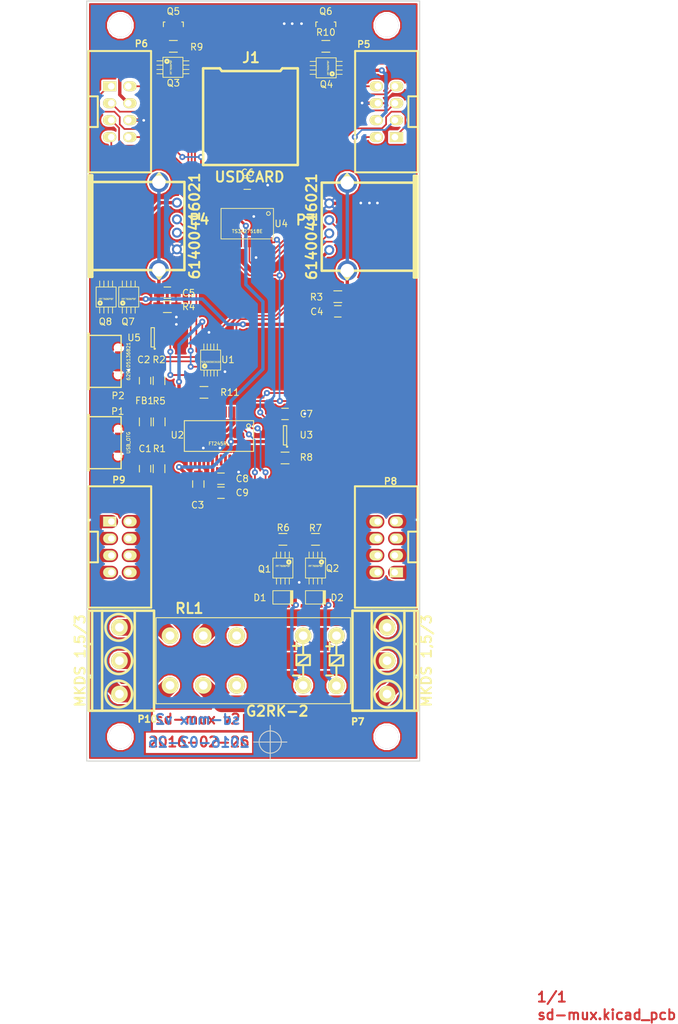
<source format=kicad_pcb>
(kicad_pcb (version 20160815) (host pcbnew 201611132049+7352~55~ubuntu14.04.1-product)
  (title_block (title sd-mux) (date 2016-11-14) (rev 2.1) (company SRPOL) (comment 1 "Author: Adam Malinowski <a.malinowsk2@partner.samsung.com>") (comment 2 "Copyright (c) 2016 Samsung Electronics Co., Ltd All Rights Reserved"))
  (layers (0 F.Cu signal) (31 B.Cu signal) (34 B.Paste user) (35 F.Paste user) (36 B.SilkS user) (37 F.SilkS user) (38 B.Mask user) (39 F.Mask user) (44 Edge.Cuts user))
  (net 0 "")
  (net 1 "Net-(C1-Pad1)")
  (net 2 GND)
  (net 3 "Net-(C2-Pad1)")
  (net 4 "Net-(C4-Pad1)")
  (net 5 "Net-(C5-Pad1)")
  (net 6 VDD)
  (net 7 "Net-(D1-Pad1)")
  (net 8 "Net-(D2-Pad1)")
  (net 9 "Net-(FB1-Pad2)")
  (net 10 "Net-(J1-Pad1)")
  (net 11 "Net-(J1-Pad2)")
  (net 12 "Net-(J1-Pad5)")
  (net 13 "Net-(J1-Pad7)")
  (net 14 "Net-(J1-Pad8)")
  (net 15 "Net-(P1-Pad2)")
  (net 16 "Net-(P1-Pad3)")
  (net 17 "Net-(P1-Pad4)")
  (net 18 "Net-(P2-Pad1)")
  (net 19 "Net-(P2-Pad2)")
  (net 20 "Net-(P2-Pad3)")
  (net 21 "Net-(P2-Pad4)")
  (net 22 "Net-(P3-Pad2)")
  (net 23 "Net-(P3-Pad3)")
  (net 24 "Net-(P4-Pad2)")
  (net 25 "Net-(P4-Pad3)")
  (net 26 /DAT1_DUT)
  (net 27 /DAT0_DUT)
  (net 28 /DAT2_DUT)
  (net 29 /DAT3_DUT)
  (net 30 /CMD_DUT)
  (net 31 /VDD_DUT)
  (net 32 /CLK_DUT)
  (net 33 /DAT1_TS)
  (net 34 /DAT0_TS)
  (net 35 /DAT2_TS)
  (net 36 /DAT3_TS)
  (net 37 /CMD_TS)
  (net 38 /VDD_TS)
  (net 39 /CLK_TS)
  (net 40 "Net-(P7-Pad3)")
  (net 41 "Net-(P7-Pad1)")
  (net 42 "Net-(P10-Pad2)")
  (net 43 "Net-(P10-Pad1)")
  (net 44 "Net-(P10-Pad3)")
  (net 45 /POWER_SW_OFF)
  (net 46 /POWER_SW_ON)
  (net 47 "Net-(Q3-Pad4)")
  (net 48 /SOCKET_SEL)
  (net 49 "Net-(R5-Pad2)")
  (net 50 "Net-(RL1-Pad8)")
  (net 51 "Net-(RL1-Pad3)")
  (net 52 /USB_SEL)
  (net 53 "Net-(U2-Pad8)")
  (net 54 "Net-(U2-Pad9)")
  (net 55 "Net-(U2-Pad10)")
  (net 56 "Net-(U2-Pad6)")
  (net 57 "Net-(U2-Pad19)")
  (net 58 "Net-(U2-Pad22)")
  (net 59 "Net-(U2-Pad23)")
  (net 60 "Net-(U2-Pad24)")
  (net 61 "Net-(U2-Pad27)")
  (net 62 "Net-(U2-Pad28)")
  (net 63 "Net-(U2-Pad13)")
  (net 64 "Net-(U2-Pad14)")
  (net 65 "Net-(U4-Pad3)")
  (net 66 "Net-(U2-Pad5)")
  (net 67 +3V3)
  (net 68 "Net-(J1-Pad3)")
  (net 69 /USD_VDD)
  (net 70 "Net-(Q4-Pad4)")
  (net 71 "Net-(Q6-Pad1)")
  (net 72 "Net-(P3-Pad1)")
  (net 73 "Net-(P4-Pad1)")
  (net 74 "Net-(Q8-Pad4)")
  (module footprint:PSB_IDC_4x2 (layer F.Cu) (at 123.15 50.2 270)
    (fp_text reference P6 (at -10.19952 -3.24952) (layer F.SilkS) (effects (font (thickness 0.2032))))
    (fp_text value IDC_02X04 hide)
    (pad 8 thru_hole oval (at 3.81 -1.27 270) (size 1.5 2) (drill 1 (offset 0 -0.25)) (layers *.Cu *.Mask F.SilkS) (net 33 /DAT1_TS))
    (pad 7 thru_hole oval (at 3.81 1.27 270) (size 1.5 2) (drill 1 (offset 0 0.25)) (layers *.Cu *.Mask F.SilkS) (net 34 /DAT0_TS))
    (pad 1 thru_hole rect (at -3.81 1.27 270) (size 1.5 2) (drill 1 (offset 0 0.25)) (layers *.Cu *.Mask F.SilkS) (net 35 /DAT2_TS))
    (pad 2 thru_hole oval (at -3.81 -1.27 270) (size 1.5 2) (drill 1 (offset 0 -0.25)) (layers *.Cu *.Mask F.SilkS) (net 36 /DAT3_TS))
    (pad 3 thru_hole oval (at -1.27 1.27 270) (size 1.5 2) (drill 1 (offset 0 0.25)) (layers *.Cu *.Mask F.SilkS) (net 37 /CMD_TS))
    (pad 4 thru_hole oval (at -1.27 -1.27 270) (size 1.5 2) (drill 1 (offset 0 -0.25)) (layers *.Cu *.Mask F.SilkS) (net 38 /VDD_TS))
    (pad 5 thru_hole oval (at 1.27 1.27 270) (size 1.5 2) (drill 1 (offset 0 0.25)) (layers *.Cu *.Mask F.SilkS) (net 39 /CLK_TS))
    (pad 6 thru_hole oval (at 1.27 -1.27 270) (size 1.5 2) (drill 1 (offset 0 -0.25)) (layers *.Cu *.Mask F.SilkS) (net 2 GND))
  )
  (module footprint:PSB_IDC_4x2 (layer F.Cu) (at 163.2 50.2 90)
    (fp_text reference P5 (at 10.09952 -3.40048 180) (layer F.SilkS) (effects (font (thickness 0.2032))))
    (fp_text value IDC_02X04 hide)
    (pad 8 thru_hole oval (at 3.81 -1.27 90) (size 1.5 2) (drill 1 (offset 0 -0.25)) (layers *.Cu *.Mask F.SilkS) (net 26 /DAT1_DUT))
    (pad 7 thru_hole oval (at 3.81 1.27 90) (size 1.5 2) (drill 1 (offset 0 0.25)) (layers *.Cu *.Mask F.SilkS) (net 27 /DAT0_DUT))
    (pad 1 thru_hole rect (at -3.81 1.27 90) (size 1.5 2) (drill 1 (offset 0 0.25)) (layers *.Cu *.Mask F.SilkS) (net 28 /DAT2_DUT))
    (pad 2 thru_hole oval (at -3.81 -1.27 90) (size 1.5 2) (drill 1 (offset 0 -0.25)) (layers *.Cu *.Mask F.SilkS) (net 29 /DAT3_DUT))
    (pad 3 thru_hole oval (at -1.27 1.27 90) (size 1.5 2) (drill 1 (offset 0 0.25)) (layers *.Cu *.Mask F.SilkS) (net 30 /CMD_DUT))
    (pad 4 thru_hole oval (at -1.27 -1.27 90) (size 1.5 2) (drill 1 (offset 0 -0.25)) (layers *.Cu *.Mask F.SilkS) (net 31 /VDD_DUT))
    (pad 5 thru_hole oval (at 1.27 1.27 90) (size 1.5 2) (drill 1 (offset 0 0.25)) (layers *.Cu *.Mask F.SilkS) (net 32 /CLK_DUT))
    (pad 6 thru_hole oval (at 1.27 -1.27 90) (size 1.5 2) (drill 1 (offset 0 -0.25)) (layers *.Cu *.Mask F.SilkS) (net 2 GND))
  )
  (module TO_SOT_Packages_SMD:SOT-23-5 (layer F.Cu) (at 147.97468 98.73993 180)
    (fp_text reference U3 (at -3.2 0.05) (layer F.SilkS))
    (fp_text value 74AHC1G14)
    (pad 1 smd rect (at -1.1 -0.95 180) (size 1.06 0.65) (layers F.Cu F.Paste F.Mask))
    (pad 2 smd rect (at -1.1 0 180) (size 1.06 0.65) (layers F.Cu F.Paste F.Mask) (net 48 /SOCKET_SEL))
    (pad 3 smd rect (at -1.1 0.95 180) (size 1.06 0.65) (layers F.Cu F.Paste F.Mask) (net 2 GND))
    (pad 4 smd rect (at 1.1 0.95 180) (size 1.06 0.65) (layers F.Cu F.Paste F.Mask) (net 71 "Net-(Q6-Pad1)"))
    (pad 5 smd rect (at 1.1 -0.95 180) (size 1.06 0.65) (layers F.Cu F.Paste F.Mask) (net 67 +3V3))
  )
  (module Capacitors_SMD:C_0805_HandSoldering (layer F.Cu) (at 147.97468 95.53993)
    (fp_text reference C7 (at 3.2 0) (layer F.SilkS))
    (fp_text value 100n)
    (pad 1 smd rect (at -1.25 0) (size 1.5 1.25) (layers F.Cu F.Paste F.Mask) (net 67 +3V3))
    (pad 2 smd rect (at 1.25 0) (size 1.5 1.25) (layers F.Cu F.Paste F.Mask) (net 2 GND))
  )
  (module Resistors_SMD:R_0805_HandSoldering (layer F.Cu) (at 147.97468 102.13993)
    (fp_text reference R8 (at 3.2 -0.1 180) (layer F.SilkS))
    (fp_text value 10K)
    (pad 1 smd rect (at -1.35 0) (size 1.5 1.3) (layers F.Cu F.Paste F.Mask) (net 67 +3V3))
    (pad 2 smd rect (at 1.35 0) (size 1.5 1.3) (layers F.Cu F.Paste F.Mask) (net 48 /SOCKET_SEL))
  )
  (module footprints:msoic-8 (layer F.Cu) (at 131.13626 43.545748 270)
    (fp_text reference Q3 (at 2.354732 -0.06326) (layer F.SilkS))
    (fp_text value IRF7606PBF (at 0 0.29972 270) (layer F.SilkS) (effects (font (size 0.24892 0.24892) (thickness 0.0508))))
    (pad 1 smd rect (at -0.97536 2.30124 270) (size 0.40894 1.02108) (layers F.Cu F.Paste F.Mask) (net 38 /VDD_TS))
    (pad 2 smd rect (at -0.32512 2.30124 270) (size 0.40894 1.02108) (layers F.Cu F.Paste F.Mask) (net 38 /VDD_TS))
    (pad 3 smd rect (at 0.32512 2.30124 270) (size 0.40894 1.02108) (layers F.Cu F.Paste F.Mask) (net 38 /VDD_TS))
    (pad 4 smd rect (at 0.97536 2.30124 270) (size 0.40894 1.02108) (layers F.Cu F.Paste F.Mask) (net 47 "Net-(Q3-Pad4)"))
    (pad 5 smd rect (at 0.97536 -2.30124 270) (size 0.40894 1.02108) (layers F.Cu F.Paste F.Mask) (net 69 /USD_VDD))
    (pad 6 smd rect (at 0.32512 -2.30124 270) (size 0.40894 1.02108) (layers F.Cu F.Paste F.Mask) (net 69 /USD_VDD))
    (pad 7 smd rect (at -0.32512 -2.30124 270) (size 0.40894 1.02108) (layers F.Cu F.Paste F.Mask) (net 69 /USD_VDD))
    (pad 8 smd rect (at -0.97536 -2.30124 270) (size 0.40894 1.02108) (layers F.Cu F.Paste F.Mask) (net 69 /USD_VDD))
  )
  (module footprints:msoic-10 (layer F.Cu) (at 136.79952 87.45048)
    (fp_text reference U1 (at 2.6 -0.05) (layer F.SilkS))
    (fp_text value TS3USB30EDGSR (at 0 0.29972) (layer F.SilkS) (effects (font (size 0.24892 0.24892) (thickness 0.0508))))
    (pad 1 smd rect (at -1.00076 2.30124) (size 0.29972 1.45) (layers F.Cu F.Paste F.Mask) (net 52 /USB_SEL))
    (pad 2 smd rect (at -0.50038 2.30124) (size 0.29972 1.45) (layers F.Cu F.Paste F.Mask) (net 23 "Net-(P3-Pad3)"))
    (pad 3 smd rect (at 0 2.30124) (size 0.29972 1.45) (layers F.Cu F.Paste F.Mask) (net 25 "Net-(P4-Pad3)"))
    (pad 4 smd rect (at 0.50038 2.30124) (size 0.29972 1.45) (layers F.Cu F.Paste F.Mask) (net 20 "Net-(P2-Pad3)"))
    (pad 5 smd rect (at 1.00076 2.30124) (size 0.29972 1.45) (layers F.Cu F.Paste F.Mask) (net 2 GND))
    (pad 6 smd rect (at 1.00076 -2.30124) (size 0.29972 1.45) (layers F.Cu F.Paste F.Mask) (net 19 "Net-(P2-Pad2)"))
    (pad 7 smd rect (at 0.50038 -2.30124) (size 0.29972 1.45) (layers F.Cu F.Paste F.Mask) (net 24 "Net-(P4-Pad2)"))
    (pad 8 smd rect (at 0 -2.30124) (size 0.29972 1.45) (layers F.Cu F.Paste F.Mask) (net 22 "Net-(P3-Pad2)"))
    (pad 9 smd rect (at -0.50038 -2.30124) (size 0.29972 1.45) (layers F.Cu F.Paste F.Mask) (net 2 GND))
    (pad 10 smd rect (at -1.00076 -2.30124) (size 0.29972 1.45) (layers F.Cu F.Paste F.Mask) (net 6 VDD))
  )
  (module footprints:tssop-24 (layer F.Cu) (at 142.3 67 180)
    (fp_text reference U4 (at -5.09952 -0.00048 180) (layer F.SilkS))
    (fp_text value TS3A27518E (at 0 -1.143 180) (layer F.SilkS) (effects (font (size 0.50038 0.50038) (thickness 0.09906))))
    (pad 6 smd rect (at -0.32512 2.79908 180) (size 0.4191 1.47066) (layers F.Cu F.Paste F.Mask) (net 13 "Net-(J1-Pad7)"))
    (pad 7 smd rect (at 0.32512 2.79908 180) (size 0.4191 1.47066) (layers F.Cu F.Paste F.Mask) (net 12 "Net-(J1-Pad5)"))
    (pad 8 smd rect (at 0.97536 2.79908 180) (size 0.4191 1.47066) (layers F.Cu F.Paste F.Mask) (net 67 +3V3))
    (pad 9 smd rect (at 1.6256 2.79908 180) (size 0.4191 1.47066) (layers F.Cu F.Paste F.Mask) (net 68 "Net-(J1-Pad3)"))
    (pad 22 smd rect (at -2.26568 -2.794 180) (size 0.4191 1.47066) (layers F.Cu F.Paste F.Mask) (net 28 /DAT2_DUT))
    (pad 3 smd rect (at -2.27584 2.79908 180) (size 0.4191 1.47066) (layers F.Cu F.Paste F.Mask) (net 65 "Net-(U4-Pad3)"))
    (pad 4 smd rect (at -1.6256 2.79908 180) (size 0.4191 1.47066) (layers F.Cu F.Paste F.Mask) (net 14 "Net-(J1-Pad8)"))
    (pad 5 smd rect (at -0.97536 2.79908 180) (size 0.4191 1.47066) (layers F.Cu F.Paste F.Mask) (net 2 GND))
    (pad 15 smd rect (at 2.27584 -2.79908 180) (size 0.4191 1.47066) (layers F.Cu F.Paste F.Mask) (net 39 /CLK_TS))
    (pad 16 smd rect (at 1.6256 -2.79908 180) (size 0.4191 1.47066) (layers F.Cu F.Paste F.Mask) (net 35 /DAT2_TS))
    (pad 17 smd rect (at 0.97536 -2.79908 180) (size 0.4191 1.47066) (layers F.Cu F.Paste F.Mask) (net 37 /CMD_TS))
    (pad 18 smd rect (at 0.32512 -2.79908 180) (size 0.4191 1.47066) (layers F.Cu F.Paste F.Mask) (net 36 /DAT3_TS))
    (pad 19 smd rect (at -0.32512 -2.79908 180) (size 0.4191 1.47066) (layers F.Cu F.Paste F.Mask) (net 29 /DAT3_DUT))
    (pad 20 smd rect (at -0.97536 -2.79908 180) (size 0.4191 1.47066) (layers F.Cu F.Paste F.Mask) (net 2 GND))
    (pad 10 smd rect (at 2.27584 2.79908 180) (size 0.4191 1.47066) (layers F.Cu F.Paste F.Mask) (net 11 "Net-(J1-Pad2)"))
    (pad 21 smd rect (at -1.6256 -2.794 180) (size 0.4191 1.47066) (layers F.Cu F.Paste F.Mask) (net 30 /CMD_DUT))
    (pad 2 smd rect (at -2.92608 2.79908 180) (size 0.4191 1.47066) (layers F.Cu F.Paste F.Mask) (net 26 /DAT1_DUT))
    (pad 11 smd rect (at 2.92608 2.79908 180) (size 0.4191 1.47066) (layers F.Cu F.Paste F.Mask) (net 33 /DAT1_TS))
    (pad 14 smd rect (at 2.92608 -2.79908 180) (size 0.4191 1.47066) (layers F.Cu F.Paste F.Mask) (net 48 /SOCKET_SEL))
    (pad 23 smd rect (at -2.92608 -2.79908 180) (size 0.4191 1.47066) (layers F.Cu F.Paste F.Mask) (net 32 /CLK_DUT))
    (pad 1 smd rect (at -3.57378 2.79908 180) (size 0.4191 1.47066) (layers F.Cu F.Paste F.Mask) (net 27 /DAT0_DUT))
    (pad 12 smd rect (at 3.57378 2.79908 180) (size 0.4191 1.47066) (layers F.Cu F.Paste F.Mask) (net 10 "Net-(J1-Pad1)"))
    (pad 13 smd rect (at 3.57378 -2.79908 180) (size 0.4191 1.47066) (layers F.Cu F.Paste F.Mask) (net 34 /DAT0_TS))
    (pad 24 smd rect (at -3.57378 -2.79908 180) (size 0.4191 1.47066) (layers F.Cu F.Paste F.Mask) (net 48 /SOCKET_SEL))
  )
  (module Mounting_Holes:MountingHole_3-5mm (layer F.Cu) (at 163.25 37.25048)
    (fp_text reference REF** hide)
    (fp_text value MountingHole_3-5mm)
    (pad 1 thru_hole circle (at 0 0) (size 3.5 3.5) (drill 3.5) (layers))
  )
  (module Mounting_Holes:MountingHole_3-5mm (layer F.Cu) (at 123.24952 37.25048)
    (fp_text reference REF** hide)
    (fp_text value MountingHole_3-5mm)
    (pad 1 thru_hole circle (at 0 0) (size 3.5 3.5) (drill 3.5) (layers))
  )
  (module Mounting_Holes:MountingHole_3-5mm (layer F.Cu) (at 123.25 143.95)
    (fp_text reference REF** hide)
    (fp_text value MountingHole_3-5mm)
    (pad 1 thru_hole circle (at 0 0) (size 3.5 3.5) (drill 3.5) (layers))
  )
  (module conn_usb_A (layer F.Cu) (at 125.75 67.35 270)
    (fp_text reference P4 (at -1 -9.35) (layer F.SilkS) (effects (font (thickness 0.3048))))
    (fp_text value 61400416021 (at 0 -8.636 270) (layer F.SilkS) (effects (font (thickness 0.3048))))
    (pad 5 thru_hole circle (at -6.57098 -3.27914 270) (size 2.99974 2.99974) (drill 1.99898) (layers *.Cu *.Mask) (net 5 "Net-(C5-Pad1)"))
    (pad 5 thru_hole circle (at 6.57098 -3.27914 270) (size 2.99974 2.99974) (drill 1.99898) (layers *.Cu *.Mask) (net 5 "Net-(C5-Pad1)"))
    (pad 1 thru_hole circle (at -3.50012 -5.98932 270) (size 1.50114 1.50114) (drill 0.89916) (layers *.Cu *.Mask) (net 73 "Net-(P4-Pad1)"))
    (pad 2 thru_hole circle (at -1.00076 -5.98932 270) (size 1.50114 1.50114) (drill 0.89916) (layers *.Cu *.Mask) (net 24 "Net-(P4-Pad2)"))
    (pad 3 thru_hole circle (at 1.00076 -5.98932 270) (size 1.50114 1.50114) (drill 0.89916) (layers *.Cu *.Mask) (net 25 "Net-(P4-Pad3)"))
    (pad 4 thru_hole circle (at 3.50012 -5.98932 270) (size 1.50114 1.50114) (drill 0.89916) (layers *.Cu *.Mask) (net 2 GND))
  )
  (module conn_usb_A (layer F.Cu) (at 160.6 67.45 90)
    (fp_text reference P3 (at 1 -9.5 180) (layer F.SilkS) (effects (font (thickness 0.3048))))
    (fp_text value 61400416021 (at 0 -8.636 90) (layer F.SilkS) (effects (font (thickness 0.3048))))
    (pad 5 thru_hole circle (at -6.57098 -3.27914 90) (size 2.99974 2.99974) (drill 1.99898) (layers *.Cu *.Mask) (net 4 "Net-(C4-Pad1)"))
    (pad 5 thru_hole circle (at 6.57098 -3.27914 90) (size 2.99974 2.99974) (drill 1.99898) (layers *.Cu *.Mask) (net 4 "Net-(C4-Pad1)"))
    (pad 1 thru_hole circle (at -3.50012 -5.98932 90) (size 1.50114 1.50114) (drill 0.89916) (layers *.Cu *.Mask) (net 72 "Net-(P3-Pad1)"))
    (pad 2 thru_hole circle (at -1.00076 -5.98932 90) (size 1.50114 1.50114) (drill 0.89916) (layers *.Cu *.Mask) (net 22 "Net-(P3-Pad2)"))
    (pad 3 thru_hole circle (at 1.00076 -5.98932 90) (size 1.50114 1.50114) (drill 0.89916) (layers *.Cu *.Mask) (net 23 "Net-(P3-Pad3)"))
    (pad 4 thru_hole circle (at 3.50012 -5.98932 90) (size 1.50114 1.50114) (drill 0.89916) (layers *.Cu *.Mask) (net 2 GND))
  )
  (module Capacitors_SMD:C_0805_HandSoldering (layer F.Cu) (at 126.95 103.75 90)
    (fp_text reference C1 (at 3 0 180) (layer F.SilkS))
    (fp_text value 27p)
    (pad 1 smd rect (at -1.25 0 90) (size 1.5 1.25) (layers F.Cu F.Paste F.Mask) (net 1 "Net-(C1-Pad1)"))
    (pad 2 smd rect (at 1.25 0 90) (size 1.5 1.25) (layers F.Cu F.Paste F.Mask) (net 2 GND))
  )
  (module Capacitors_SMD:C_0805_HandSoldering (layer F.Cu) (at 126.95 90.55 90)
    (fp_text reference C2 (at 3.15 -0.2 180) (layer F.SilkS))
    (fp_text value 27p)
    (pad 1 smd rect (at -1.25 0 90) (size 1.5 1.25) (layers F.Cu F.Paste F.Mask) (net 3 "Net-(C2-Pad1)"))
    (pad 2 smd rect (at 1.25 0 90) (size 1.5 1.25) (layers F.Cu F.Paste F.Mask) (net 2 GND))
  )
  (module Capacitors_SMD:C_0805_HandSoldering (layer F.Cu) (at 134.95 106.05 270)
    (fp_text reference C3 (at 3.15 0.1) (layer F.SilkS))
    (fp_text value 100n)
    (pad 1 smd rect (at -1.25 0 270) (size 1.5 1.25) (layers F.Cu F.Paste F.Mask) (net 67 +3V3))
    (pad 2 smd rect (at 1.25 0 270) (size 1.5 1.25) (layers F.Cu F.Paste F.Mask) (net 2 GND))
  )
  (module Capacitors_SMD:C_0805_HandSoldering (layer F.Cu) (at 155.89904 80.15 180)
    (fp_text reference C4 (at 3.15 -0.05) (layer F.SilkS))
    (fp_text value 27p)
    (pad 1 smd rect (at -1.25 0 180) (size 1.5 1.25) (layers F.Cu F.Paste F.Mask) (net 4 "Net-(C4-Pad1)"))
    (pad 2 smd rect (at 1.25 0 180) (size 1.5 1.25) (layers F.Cu F.Paste F.Mask) (net 2 GND))
  )
  (module Capacitors_SMD:C_0805_HandSoldering (layer F.Cu) (at 130.3 77.35096)
    (fp_text reference C5 (at 3.2 0.05 180) (layer F.SilkS))
    (fp_text value 27p)
    (pad 1 smd rect (at -1.25 0) (size 1.5 1.25) (layers F.Cu F.Paste F.Mask) (net 5 "Net-(C5-Pad1)"))
    (pad 2 smd rect (at 1.25 0) (size 1.5 1.25) (layers F.Cu F.Paste F.Mask) (net 2 GND))
  )
  (module Capacitors_SMD:C_0805_HandSoldering (layer F.Cu) (at 142.3 61)
    (fp_text reference C6 (at 0.05 -1.65) (layer F.SilkS))
    (fp_text value 100n)
    (pad 1 smd rect (at -1.25 0) (size 1.5 1.25) (layers F.Cu F.Paste F.Mask) (net 67 +3V3))
    (pad 2 smd rect (at 1.25 0) (size 1.5 1.25) (layers F.Cu F.Paste F.Mask) (net 2 GND))
  )
  (module Capacitors_SMD:C_0805_HandSoldering (layer F.Cu) (at 138.35 105.25)
    (fp_text reference C8 (at 3.2 0) (layer F.SilkS))
    (fp_text value 100n)
    (pad 1 smd rect (at -1.25 0) (size 1.5 1.25) (layers F.Cu F.Paste F.Mask) (net 6 VDD))
    (pad 2 smd rect (at 1.25 0) (size 1.5 1.25) (layers F.Cu F.Paste F.Mask) (net 2 GND))
  )
  (module Capacitors_SMD:C_0805_HandSoldering (layer F.Cu) (at 138.35 107.35)
    (fp_text reference C9 (at 3.2 0) (layer F.SilkS))
    (fp_text value 4.7u)
    (pad 1 smd rect (at -1.25 0) (size 1.5 1.25) (layers F.Cu F.Paste F.Mask) (net 6 VDD))
    (pad 2 smd rect (at 1.25 0) (size 1.5 1.25) (layers F.Cu F.Paste F.Mask) (net 2 GND))
  )
  (module footprints:do219ab (layer F.Cu) (at 147.65 123.05 180)
    (fp_text reference D1 (at 3.45048 -0.05048 180) (layer F.SilkS))
    (fp_text value ES1AL hide)
    (pad 2 smd rect (at 1.45034 0 180) (size 1.30048 1.39954) (layers F.Cu F.Paste F.Mask) (net 2 GND))
    (pad 1 smd rect (at -1.45034 0 180) (size 1.30048 1.39954) (layers F.Cu F.Paste F.Mask) (net 7 "Net-(D1-Pad1)"))
  )
  (module footprints:do219ab (layer F.Cu) (at 152.55 123.05 180)
    (fp_text reference D2 (at -3.24952 -0.05048 180) (layer F.SilkS))
    (fp_text value ES1AL hide)
    (pad 2 smd rect (at 1.45034 0 180) (size 1.30048 1.39954) (layers F.Cu F.Paste F.Mask) (net 2 GND))
    (pad 1 smd rect (at -1.45034 0 180) (size 1.30048 1.39954) (layers F.Cu F.Paste F.Mask) (net 8 "Net-(D2-Pad1)"))
  )
  (module Resistors_SMD:R_0805_HandSoldering (layer F.Cu) (at 126.975 96.725 270)
    (fp_text reference FB1 (at -3.17452 0.10548) (layer F.SilkS))
    (fp_text value MI0805K400R-10)
    (pad 1 smd rect (at -1.35 0 270) (size 1.5 1.3) (layers F.Cu F.Paste F.Mask) (net 6 VDD))
    (pad 2 smd rect (at 1.35 0 270) (size 1.5 1.3) (layers F.Cu F.Paste F.Mask) (net 9 "Net-(FB1-Pad2)"))
  )
  (module footprints:conn_usb_B_micro (layer F.Cu) (at 120.45 99.85 270)
    (fp_text reference P1 (at -4.7 -2.4) (layer F.SilkS))
    (fp_text value USB_OTG (at 0 -4.0005 270) (layer F.SilkS) (effects (font (size 0.50038 0.50038) (thickness 0.09906))))
    (pad 6 smd rect (at -1.19888 0 270) (size 1.89738 1.89738) (layers F.Cu F.Paste F.Mask) (net 1 "Net-(C1-Pad1)"))
    (pad 6 smd rect (at 1.19888 0 270) (size 1.89738 1.89738) (layers F.Cu F.Paste F.Mask) (net 1 "Net-(C1-Pad1)"))
    (pad 6 smd rect (at 3.9497 0 270) (size 1.89738 1.89738) (layers F.Cu F.Paste F.Mask) (net 1 "Net-(C1-Pad1)"))
    (pad 6 smd rect (at -3.9497 0 270) (size 1.89738 1.89738) (layers F.Cu F.Paste F.Mask) (net 1 "Net-(C1-Pad1)"))
    (pad 1 smd rect (at -1.30048 -2.67462 270) (size 0.39878 1.34874) (layers F.Cu F.Paste F.Mask) (net 9 "Net-(FB1-Pad2)"))
    (pad 2 smd rect (at -0.6477 -2.67462 270) (size 0.39878 1.3462) (layers F.Cu F.Paste F.Mask) (net 15 "Net-(P1-Pad2)"))
    (pad 3 smd rect (at 0 -2.67462 270) (size 0.39878 1.3462) (layers F.Cu F.Paste F.Mask) (net 16 "Net-(P1-Pad3)"))
    (pad 4 smd rect (at 0.6477 -2.67462 270) (size 0.39878 1.3462) (layers F.Cu F.Paste F.Mask) (net 17 "Net-(P1-Pad4)"))
    (pad 5 smd rect (at 1.30048 -2.67462 270) (size 0.39878 1.3462) (layers F.Cu F.Paste F.Mask) (net 2 GND))
    (pad "" np_thru_hole circle (at 2.05 -2.45 270) (size 0.79756 0.79756) (drill 0.79756) (layers *.Cu *.Mask F.SilkS))
    (pad "" np_thru_hole circle (at -2.05 -2.45 270) (size 0.79756 0.79756) (drill 0.79756) (layers *.Cu *.Mask F.SilkS))
  )
  (module footprints:conn_usb_B_micro (layer F.Cu) (at 120.45 87.65 270)
    (fp_text reference P2 (at 5.15048 -2.44952) (layer F.SilkS))
    (fp_text value 629105136821 (at 0 -4.0005 270) (layer F.SilkS) (effects (font (size 0.50038 0.50038) (thickness 0.09906))))
    (pad 6 smd rect (at -1.19888 0 270) (size 1.89738 1.89738) (layers F.Cu F.Paste F.Mask) (net 3 "Net-(C2-Pad1)"))
    (pad 6 smd rect (at 1.19888 0 270) (size 1.89738 1.89738) (layers F.Cu F.Paste F.Mask) (net 3 "Net-(C2-Pad1)"))
    (pad 6 smd rect (at 3.9497 0 270) (size 1.89738 1.89738) (layers F.Cu F.Paste F.Mask) (net 3 "Net-(C2-Pad1)"))
    (pad 6 smd rect (at -3.9497 0 270) (size 1.89738 1.89738) (layers F.Cu F.Paste F.Mask) (net 3 "Net-(C2-Pad1)"))
    (pad 1 smd rect (at -1.30048 -2.67462 270) (size 0.39878 1.34874) (layers F.Cu F.Paste F.Mask) (net 18 "Net-(P2-Pad1)"))
    (pad 2 smd rect (at -0.6477 -2.67462 270) (size 0.39878 1.3462) (layers F.Cu F.Paste F.Mask) (net 19 "Net-(P2-Pad2)"))
    (pad 3 smd rect (at 0 -2.67462 270) (size 0.39878 1.3462) (layers F.Cu F.Paste F.Mask) (net 20 "Net-(P2-Pad3)"))
    (pad 4 smd rect (at 0.6477 -2.67462 270) (size 0.39878 1.3462) (layers F.Cu F.Paste F.Mask) (net 21 "Net-(P2-Pad4)"))
    (pad 5 smd rect (at 1.30048 -2.67462 270) (size 0.39878 1.3462) (layers F.Cu F.Paste F.Mask) (net 2 GND))
    (pad "" np_thru_hole circle (at 2.05 -2.45 270) (size 0.79756 0.79756) (drill 0.79756) (layers *.Cu *.Mask F.SilkS))
    (pad "" np_thru_hole circle (at -2.05 -2.45 270) (size 0.79756 0.79756) (drill 0.79756) (layers *.Cu *.Mask F.SilkS) (clearance 0.01))
  )
  (module footprints:cons_1,5x3 (layer F.Cu) (at 163.29952 132.55 90)
    (fp_text reference P7 (at -9.15048 -4.4 180) (layer F.SilkS) (effects (font (thickness 0.25))))
    (fp_text value "MKDS 1,5/3" (at 0 5.9 90) (layer F.SilkS) (effects (font (size 1.5 1.5) (thickness 0.3))))
    (pad 3 thru_hole circle (at 5 0 90) (size 2.5 2.5) (drill 1.3) (layers *.Cu *.Mask F.SilkS) (net 40 "Net-(P7-Pad3)"))
    (pad 1 thru_hole circle (at -5 0 90) (size 2.5 2.5) (drill 1.3) (layers *.Cu *.Mask F.SilkS) (net 41 "Net-(P7-Pad1)"))
    (pad 2 thru_hole circle (at 0 0 90) (size 2.5 2.5) (drill 1.3) (layers *.Cu *.Mask F.SilkS) (net 42 "Net-(P10-Pad2)"))
  )
  (module footprints:PSB_IDC__4x2 (layer F.Cu) (at 163.16952 115.49048 90)
    (fp_text reference P8 (at 9.84952 0.64952 180) (layer F.SilkS) (effects (font (thickness 0.2032))))
    (fp_text value CONN_02X02 hide)
    (pad 8 thru_hole oval (at 3.81 -1.27 90) (size 1.5 2) (drill 1 (offset 0 -0.25)) (layers *.Cu *.Mask F.SilkS))
    (pad 7 thru_hole oval (at 3.81 1.27 90) (size 1.5 2) (drill 1 (offset 0 0.25)) (layers *.Cu *.Mask F.SilkS))
    (pad 1 thru_hole rect (at -3.81 1.27 90) (size 1.5 2) (drill 1 (offset 0 0.25)) (layers *.Cu *.Mask F.SilkS) (net 41 "Net-(P7-Pad1)"))
    (pad 2 thru_hole oval (at -3.81 -1.27 90) (size 1.5 2) (drill 1 (offset 0 -0.25)) (layers *.Cu *.Mask F.SilkS) (net 40 "Net-(P7-Pad3)"))
    (pad 3 thru_hole oval (at -1.27 1.27 90) (size 1.5 2) (drill 1 (offset 0 0.25)) (layers *.Cu *.Mask F.SilkS) (net 41 "Net-(P7-Pad1)"))
    (pad 4 thru_hole oval (at -1.27 -1.27 90) (size 1.5 2) (drill 1 (offset 0 -0.25)) (layers *.Cu *.Mask F.SilkS) (net 40 "Net-(P7-Pad3)"))
    (pad 5 thru_hole oval (at 1.27 1.27 90) (size 1.5 2) (drill 1 (offset 0 0.25)) (layers *.Cu *.Mask F.SilkS))
    (pad 6 thru_hole oval (at 1.27 -1.27 90) (size 1.5 2) (drill 1 (offset 0 -0.25)) (layers *.Cu *.Mask F.SilkS))
  )
  (module footprints:PSB_IDC__4x2 (layer F.Cu) (at 123.16952 115.49048 270)
    (fp_text reference P9 (at -10.04952 0.15048) (layer F.SilkS) (effects (font (thickness 0.2032))))
    (fp_text value CONN_02X02 hide)
    (pad 8 thru_hole oval (at 3.81 -1.27 270) (size 1.5 2) (drill 1 (offset 0 -0.25)) (layers *.Cu *.Mask F.SilkS))
    (pad 7 thru_hole oval (at 3.81 1.27 270) (size 1.5 2) (drill 1 (offset 0 0.25)) (layers *.Cu *.Mask F.SilkS))
    (pad 1 thru_hole rect (at -3.81 1.27 270) (size 1.5 2) (drill 1 (offset 0 0.25)) (layers *.Cu *.Mask F.SilkS) (net 44 "Net-(P10-Pad3)"))
    (pad 2 thru_hole oval (at -3.81 -1.27 270) (size 1.5 2) (drill 1 (offset 0 -0.25)) (layers *.Cu *.Mask F.SilkS) (net 43 "Net-(P10-Pad1)"))
    (pad 3 thru_hole oval (at -1.27 1.27 270) (size 1.5 2) (drill 1 (offset 0 0.25)) (layers *.Cu *.Mask F.SilkS) (net 44 "Net-(P10-Pad3)"))
    (pad 4 thru_hole oval (at -1.27 -1.27 270) (size 1.5 2) (drill 1 (offset 0 -0.25)) (layers *.Cu *.Mask F.SilkS) (net 43 "Net-(P10-Pad1)"))
    (pad 5 thru_hole oval (at 1.27 1.27 270) (size 1.5 2) (drill 1 (offset 0 0.25)) (layers *.Cu *.Mask F.SilkS))
    (pad 6 thru_hole oval (at 1.27 -1.27 270) (size 1.5 2) (drill 1 (offset 0 -0.25)) (layers *.Cu *.Mask F.SilkS))
  )
  (module footprints:cons_1,5x3 (layer F.Cu) (at 123.09952 132.55 270)
    (fp_text reference P10 (at 8.75048 -4.2) (layer F.SilkS) (effects (font (thickness 0.25))))
    (fp_text value "MKDS 1,5/3" (at 0 5.9 270) (layer F.SilkS) (effects (font (size 1.5 1.5) (thickness 0.3))))
    (pad 3 thru_hole circle (at 5 0 270) (size 2.5 2.5) (drill 1.3) (layers *.Cu *.Mask F.SilkS) (net 44 "Net-(P10-Pad3)"))
    (pad 1 thru_hole circle (at -5 0 270) (size 2.5 2.5) (drill 1.3) (layers *.Cu *.Mask F.SilkS) (net 43 "Net-(P10-Pad1)"))
    (pad 2 thru_hole circle (at 0 0 270) (size 2.5 2.5) (drill 1.3) (layers *.Cu *.Mask F.SilkS) (net 42 "Net-(P10-Pad2)"))
  )
  (module footprints:msoic-8 (layer F.Cu) (at 147.65 118.65 180)
    (fp_text reference Q1 (at 2.75048 -0.15048 180) (layer F.SilkS))
    (fp_text value IRF7606PBF (at 0 0.29972 180) (layer F.SilkS) (effects (font (size 0.24892 0.24892) (thickness 0.0508))))
    (pad 1 smd rect (at -0.97536 2.30124 180) (size 0.40894 1.02108) (layers F.Cu F.Paste F.Mask) (net 6 VDD))
    (pad 2 smd rect (at -0.32512 2.30124 180) (size 0.40894 1.02108) (layers F.Cu F.Paste F.Mask) (net 6 VDD))
    (pad 3 smd rect (at 0.32512 2.30124 180) (size 0.40894 1.02108) (layers F.Cu F.Paste F.Mask) (net 6 VDD))
    (pad 4 smd rect (at 0.97536 2.30124 180) (size 0.40894 1.02108) (layers F.Cu F.Paste F.Mask) (net 45 /POWER_SW_OFF))
    (pad 5 smd rect (at 0.97536 -2.30124 180) (size 0.40894 1.02108) (layers F.Cu F.Paste F.Mask) (net 7 "Net-(D1-Pad1)"))
    (pad 6 smd rect (at 0.32512 -2.30124 180) (size 0.40894 1.02108) (layers F.Cu F.Paste F.Mask) (net 7 "Net-(D1-Pad1)"))
    (pad 7 smd rect (at -0.32512 -2.30124 180) (size 0.40894 1.02108) (layers F.Cu F.Paste F.Mask) (net 7 "Net-(D1-Pad1)"))
    (pad 8 smd rect (at -0.97536 -2.30124 180) (size 0.40894 1.02108) (layers F.Cu F.Paste F.Mask) (net 7 "Net-(D1-Pad1)"))
  )
  (module footprints:msoic-8 (layer F.Cu) (at 152.55 118.65 180)
    (fp_text reference Q2 (at -2.54952 -0.05048 180) (layer F.SilkS))
    (fp_text value IRF7606PBF (at 0 0.29972 180) (layer F.SilkS) (effects (font (size 0.24892 0.24892) (thickness 0.0508))))
    (pad 1 smd rect (at -0.97536 2.30124 180) (size 0.40894 1.02108) (layers F.Cu F.Paste F.Mask) (net 6 VDD))
    (pad 2 smd rect (at -0.32512 2.30124 180) (size 0.40894 1.02108) (layers F.Cu F.Paste F.Mask) (net 6 VDD))
    (pad 3 smd rect (at 0.32512 2.30124 180) (size 0.40894 1.02108) (layers F.Cu F.Paste F.Mask) (net 6 VDD))
    (pad 4 smd rect (at 0.97536 2.30124 180) (size 0.40894 1.02108) (layers F.Cu F.Paste F.Mask) (net 46 /POWER_SW_ON))
    (pad 5 smd rect (at 0.97536 -2.30124 180) (size 0.40894 1.02108) (layers F.Cu F.Paste F.Mask) (net 8 "Net-(D2-Pad1)"))
    (pad 6 smd rect (at 0.32512 -2.30124 180) (size 0.40894 1.02108) (layers F.Cu F.Paste F.Mask) (net 8 "Net-(D2-Pad1)"))
    (pad 7 smd rect (at -0.32512 -2.30124 180) (size 0.40894 1.02108) (layers F.Cu F.Paste F.Mask) (net 8 "Net-(D2-Pad1)"))
    (pad 8 smd rect (at -0.97536 -2.30124 180) (size 0.40894 1.02108) (layers F.Cu F.Paste F.Mask) (net 8 "Net-(D2-Pad1)"))
  )
  (module footprints:msoic-8 (layer F.Cu) (at 154.14952 43.62536 90)
    (fp_text reference Q4 (at -2.47512 0.05 180) (layer F.SilkS))
    (fp_text value IRF7606PBF (at 0 0.29972 90) (layer F.SilkS) (effects (font (size 0.24892 0.24892) (thickness 0.0508))))
    (pad 1 smd rect (at -0.97536 2.30124 90) (size 0.40894 1.02108) (layers F.Cu F.Paste F.Mask) (net 31 /VDD_DUT))
    (pad 2 smd rect (at -0.32512 2.30124 90) (size 0.40894 1.02108) (layers F.Cu F.Paste F.Mask) (net 31 /VDD_DUT))
    (pad 3 smd rect (at 0.32512 2.30124 90) (size 0.40894 1.02108) (layers F.Cu F.Paste F.Mask) (net 31 /VDD_DUT))
    (pad 4 smd rect (at 0.97536 2.30124 90) (size 0.40894 1.02108) (layers F.Cu F.Paste F.Mask) (net 70 "Net-(Q4-Pad4)"))
    (pad 5 smd rect (at 0.97536 -2.30124 90) (size 0.40894 1.02108) (layers F.Cu F.Paste F.Mask) (net 69 /USD_VDD))
    (pad 6 smd rect (at 0.32512 -2.30124 90) (size 0.40894 1.02108) (layers F.Cu F.Paste F.Mask) (net 69 /USD_VDD))
    (pad 7 smd rect (at -0.32512 -2.30124 90) (size 0.40894 1.02108) (layers F.Cu F.Paste F.Mask) (net 69 /USD_VDD))
    (pad 8 smd rect (at -0.97536 -2.30124 90) (size 0.40894 1.02108) (layers F.Cu F.Paste F.Mask) (net 69 /USD_VDD))
  )
  (module Resistors_SMD:R_0805_HandSoldering (layer F.Cu) (at 129.05 103.75 90)
    (fp_text reference R1 (at 3 0.05 180) (layer F.SilkS))
    (fp_text value 4.7K)
    (pad 1 smd rect (at -1.35 0 90) (size 1.5 1.3) (layers F.Cu F.Paste F.Mask) (net 1 "Net-(C1-Pad1)"))
    (pad 2 smd rect (at 1.35 0 90) (size 1.5 1.3) (layers F.Cu F.Paste F.Mask) (net 2 GND))
  )
  (module Resistors_SMD:R_0805_HandSoldering (layer F.Cu) (at 129.05 90.55 90)
    (fp_text reference R2 (at 3.15 0 180) (layer F.SilkS))
    (fp_text value 4.7K)
    (pad 1 smd rect (at -1.35 0 90) (size 1.5 1.3) (layers F.Cu F.Paste F.Mask) (net 3 "Net-(C2-Pad1)"))
    (pad 2 smd rect (at 1.35 0 90) (size 1.5 1.3) (layers F.Cu F.Paste F.Mask) (net 2 GND))
  )
  (module Resistors_SMD:R_0805_HandSoldering (layer F.Cu) (at 155.89904 77.95 180)
    (fp_text reference R3 (at 3.2 -0.05) (layer F.SilkS))
    (fp_text value 4.7K)
    (pad 1 smd rect (at -1.35 0 180) (size 1.5 1.3) (layers F.Cu F.Paste F.Mask) (net 4 "Net-(C4-Pad1)"))
    (pad 2 smd rect (at 1.35 0 180) (size 1.5 1.3) (layers F.Cu F.Paste F.Mask) (net 2 GND))
  )
  (module Resistors_SMD:R_0805_HandSoldering (layer F.Cu) (at 130.3 79.45096)
    (fp_text reference R4 (at 3.2 0 180) (layer F.SilkS))
    (fp_text value 4.7K)
    (pad 1 smd rect (at -1.35 0) (size 1.5 1.3) (layers F.Cu F.Paste F.Mask) (net 5 "Net-(C5-Pad1)"))
    (pad 2 smd rect (at 1.35 0) (size 1.5 1.3) (layers F.Cu F.Paste F.Mask) (net 2 GND))
  )
  (module Resistors_SMD:R_0805_HandSoldering (layer F.Cu) (at 129.075 96.725 90)
    (fp_text reference R5 (at 3.13452 -0.00548 180) (layer F.SilkS))
    (fp_text value 10K)
    (pad 1 smd rect (at -1.35 0 90) (size 1.5 1.3) (layers F.Cu F.Paste F.Mask) (net 6 VDD))
    (pad 2 smd rect (at 1.35 0 90) (size 1.5 1.3) (layers F.Cu F.Paste F.Mask) (net 49 "Net-(R5-Pad2)"))
  )
  (module Resistors_SMD:R_0805_HandSoldering (layer F.Cu) (at 147.65 114.35 180)
    (fp_text reference R6 (at -0.05 1.75 180) (layer F.SilkS))
    (fp_text value 10K)
    (pad 1 smd rect (at -1.35 0 180) (size 1.5 1.3) (layers F.Cu F.Paste F.Mask) (net 6 VDD))
    (pad 2 smd rect (at 1.35 0 180) (size 1.5 1.3) (layers F.Cu F.Paste F.Mask) (net 45 /POWER_SW_OFF))
  )
  (module Resistors_SMD:R_0805_HandSoldering (layer F.Cu) (at 152.55 114.35 180)
    (fp_text reference R7 (at 0 1.7 180) (layer F.SilkS))
    (fp_text value 10K)
    (pad 1 smd rect (at -1.35 0 180) (size 1.5 1.3) (layers F.Cu F.Paste F.Mask) (net 6 VDD))
    (pad 2 smd rect (at 1.35 0 180) (size 1.5 1.3) (layers F.Cu F.Paste F.Mask) (net 46 /POWER_SW_ON))
  )
  (module footprints:G2RK-2 (layer F.Cu) (at 143.19952 132.55 180)
    (fp_text reference RL1 (at 9.6 7.84952 180) (layer F.SilkS) (effects (font (thickness 0.3048))))
    (fp_text value G2RK-2 (at -3.6 -7.57 180) (layer F.SilkS) (effects (font (thickness 0.3048))))
    (pad 10 thru_hole circle (at -12.5 3.75 180) (size 2.5 2.5) (drill 1.3) (layers *.Cu *.Mask F.SilkS) (net 2 GND))
    (pad 8 thru_hole circle (at 2.5 3.75 180) (size 2.5 2.5) (drill 1.3) (layers *.Cu *.Mask F.SilkS) (net 50 "Net-(RL1-Pad8)"))
    (pad 7 thru_hole circle (at 7.5 3.75 180) (size 2.5 2.5) (drill 1.3) (layers *.Cu *.Mask F.SilkS) (net 40 "Net-(P7-Pad3)"))
    (pad 6 thru_hole circle (at 12.5 3.75 180) (size 2.5 2.5) (drill 1.3) (layers *.Cu *.Mask F.SilkS) (net 43 "Net-(P10-Pad1)"))
    (pad 5 thru_hole circle (at 12.5 -3.7 180) (size 2.5 2.5) (drill 1.3) (layers *.Cu *.Mask F.SilkS) (net 44 "Net-(P10-Pad3)"))
    (pad 4 thru_hole circle (at 7.5 -3.7 180) (size 2.5 2.5) (drill 1.3) (layers *.Cu *.Mask F.SilkS) (net 41 "Net-(P7-Pad1)"))
    (pad 3 thru_hole circle (at 2.5 -3.7 180) (size 2.5 2.5) (drill 1.3) (layers *.Cu *.Mask F.SilkS) (net 51 "Net-(RL1-Pad3)"))
    (pad 1 thru_hole circle (at -12.49 -3.76 180) (size 2.5 2.5) (drill 1.3) (layers *.Cu *.Mask F.SilkS) (net 8 "Net-(D2-Pad1)"))
    (pad 9 thru_hole circle (at -7.5 3.75 180) (size 2.5 2.5) (drill 1.3) (layers *.Cu *.Mask F.SilkS) (net 2 GND))
    (pad 2 thru_hole circle (at -7.5 -3.7 180) (size 2.5 2.5) (drill 1.3) (layers *.Cu *.Mask F.SilkS) (net 7 "Net-(D1-Pad1)"))
  )
  (module footprints:ssop-28 (layer F.Cu) (at 138.05 98.85 180)
    (fp_text reference U2 (at 6.25048 0.14952 180) (layer F.SilkS))
    (fp_text value FT245RL (at 0 -1.143 180) (layer F.SilkS) (effects (font (size 0.50038 0.50038) (thickness 0.09906))))
    (pad 7 smd rect (at -0.32512 3.59918 180) (size 0.4064 1.651) (layers F.Cu F.Paste F.Mask) (net 2 GND))
    (pad 8 smd rect (at 0.32512 3.59918 180) (size 0.4064 1.651) (layers F.Cu F.Paste F.Mask) (net 53 "Net-(U2-Pad8)"))
    (pad 9 smd rect (at 0.97536 3.59918 180) (size 0.4064 1.651) (layers F.Cu F.Paste F.Mask) (net 54 "Net-(U2-Pad9)"))
    (pad 10 smd rect (at 1.6256 3.59918 180) (size 0.4064 1.651) (layers F.Cu F.Paste F.Mask) (net 55 "Net-(U2-Pad10)"))
    (pad 25 smd rect (at -2.27584 -3.59918 180) (size 0.4064 1.651) (layers F.Cu F.Paste F.Mask) (net 2 GND))
    (pad 4 smd rect (at -2.27584 3.59918 180) (size 0.4064 1.651) (layers F.Cu F.Paste F.Mask) (net 6 VDD))
    (pad 5 smd rect (at -1.6256 3.59918 180) (size 0.4064 1.651) (layers F.Cu F.Paste F.Mask) (net 66 "Net-(U2-Pad5)"))
    (pad 6 smd rect (at -0.97536 3.59918 180) (size 0.4064 1.651) (layers F.Cu F.Paste F.Mask) (net 56 "Net-(U2-Pad6)"))
    (pad 18 smd rect (at 2.27584 -3.59918 180) (size 0.4064 1.651) (layers F.Cu F.Paste F.Mask) (net 2 GND))
    (pad 19 smd rect (at 1.6256 -3.59918 180) (size 0.4064 1.651) (layers F.Cu F.Paste F.Mask) (net 57 "Net-(U2-Pad19)"))
    (pad 20 smd rect (at 0.97536 -3.59918 180) (size 0.4064 1.651) (layers F.Cu F.Paste F.Mask) (net 6 VDD))
    (pad 21 smd rect (at 0.32512 -3.59918 180) (size 0.4064 1.651) (layers F.Cu F.Paste F.Mask) (net 2 GND))
    (pad 22 smd rect (at -0.32512 -3.59918 180) (size 0.4064 1.651) (layers F.Cu F.Paste F.Mask) (net 58 "Net-(U2-Pad22)"))
    (pad 23 smd rect (at -0.97536 -3.59918 180) (size 0.4064 1.651) (layers F.Cu F.Paste F.Mask) (net 59 "Net-(U2-Pad23)"))
    (pad 11 smd rect (at 2.27584 3.59918 180) (size 0.4064 1.651) (layers F.Cu F.Paste F.Mask) (net 52 /USB_SEL))
    (pad 24 smd rect (at -1.6256 -3.59918 180) (size 0.4064 1.651) (layers F.Cu F.Paste F.Mask) (net 60 "Net-(U2-Pad24)"))
    (pad 26 smd rect (at -2.92608 -3.59918 180) (size 0.4064 1.651) (layers F.Cu F.Paste F.Mask) (net 2 GND))
    (pad 27 smd rect (at -3.57378 -3.59918 180) (size 0.4064 1.651) (layers F.Cu F.Paste F.Mask) (net 61 "Net-(U2-Pad27)"))
    (pad 28 smd rect (at -4.22402 -3.59918 180) (size 0.4064 1.651) (layers F.Cu F.Paste F.Mask) (net 62 "Net-(U2-Pad28)"))
    (pad 1 smd rect (at -4.22402 3.59918 180) (size 0.4064 1.651) (layers F.Cu F.Paste F.Mask) (net 48 /SOCKET_SEL))
    (pad 2 smd rect (at -3.57378 3.59918 180) (size 0.4064 1.651) (layers F.Cu F.Paste F.Mask) (net 46 /POWER_SW_ON))
    (pad 3 smd rect (at -2.92608 3.59918 180) (size 0.4064 1.651) (layers F.Cu F.Paste F.Mask) (net 45 /POWER_SW_OFF))
    (pad 12 smd rect (at 2.92608 3.59918 180) (size 0.4064 1.651) (layers F.Cu F.Paste F.Mask) (net 49 "Net-(R5-Pad2)"))
    (pad 13 smd rect (at 3.57378 3.59918 180) (size 0.4064 1.651) (layers F.Cu F.Paste F.Mask) (net 63 "Net-(U2-Pad13)"))
    (pad 14 smd rect (at 4.22402 3.59918 180) (size 0.4064 1.651) (layers F.Cu F.Paste F.Mask) (net 64 "Net-(U2-Pad14)"))
    (pad 15 smd rect (at 4.22402 -3.59918 180) (size 0.4064 1.651) (layers F.Cu F.Paste F.Mask) (net 16 "Net-(P1-Pad3)"))
    (pad 16 smd rect (at 3.57378 -3.59918 180) (size 0.4064 1.651) (layers F.Cu F.Paste F.Mask) (net 15 "Net-(P1-Pad2)"))
    (pad 17 smd rect (at 2.92608 -3.59918 180) (size 0.4064 1.651) (layers F.Cu F.Paste F.Mask) (net 67 +3V3))
  )
  (module Mounting_Holes:MountingHole_3-5mm (layer F.Cu) (at 163.25 143.95)
    (fp_text reference REF** hide)
    (fp_text value MountingHole_3-5mm)
    (pad 1 thru_hole circle (at 0 0) (size 3.5 3.5) (drill 3.5) (layers))
  )
  (module footprints:microsd_socket (layer F.Cu) (at 149.62952 46.20048 180)
    (fp_text reference J1 (at 6.76 4.1 180) (layer F.SilkS) (effects (font (thickness 0.3048))))
    (fp_text value USDCARD (at 6.99 -13.79 180) (layer F.SilkS) (effects (font (thickness 0.3048))))
    (pad 1 smd rect (at 10.08 -2.6 180) (size 0.8 1.5) (layers F.Cu F.Paste F.Mask) (net 10 "Net-(J1-Pad1)") (clearance 0.20066))
    (pad 2 smd rect (at 8.98 -2.6 180) (size 0.8 1.5) (layers F.Cu F.Paste F.Mask) (net 11 "Net-(J1-Pad2)") (clearance 0.20066))
    (pad 3 smd rect (at 7.88 -2.6 180) (size 0.8 1.5) (layers F.Cu F.Paste F.Mask) (net 68 "Net-(J1-Pad3)") (clearance 0.20066))
    (pad 4 smd rect (at 6.78 -2.6 180) (size 0.8 1.5) (layers F.Cu F.Paste F.Mask) (net 69 /USD_VDD) (clearance 0.20066))
    (pad 5 smd rect (at 5.68 -2.6 180) (size 0.8 1.5) (layers F.Cu F.Paste F.Mask) (net 12 "Net-(J1-Pad5)") (clearance 0.20066))
    (pad 6 smd rect (at 4.58 -2.6 180) (size 0.8 1.5) (layers F.Cu F.Paste F.Mask) (net 2 GND) (clearance 0.20066))
    (pad 7 smd rect (at 3.48 -2.6 180) (size 0.8 1.5) (layers F.Cu F.Paste F.Mask) (net 13 "Net-(J1-Pad7)") (clearance 0.20066))
    (pad 8 smd rect (at 2.38 -2.6 180) (size 0.8 1.5) (layers F.Cu F.Paste F.Mask) (net 14 "Net-(J1-Pad8)") (clearance 0.20066))
    (pad S smd rect (at 13.75 0 180) (size 1.45 2) (layers F.Cu F.Paste F.Mask))
    (pad S smd rect (at 0 -8.3 180) (size 1.45 2) (layers F.Cu F.Paste F.Mask))
    (pad S smd rect (at 0 0 180) (size 1.45 2) (layers F.Cu F.Paste F.Mask))
    (pad S smd rect (at 13.75 -8.3 180) (size 1.45 2) (layers F.Cu F.Paste F.Mask) (clearance 0.20066))
  )
  (module TO_SOT_Packages_SMD:SOT-23 (layer F.Cu) (at 131.19952 37.40048)
    (fp_text reference Q5 (at 0 -2.25) (layer F.SilkS))
    (fp_text value 2N7002)
    (pad 1 smd rect (at -0.95 1.00076) (size 0.8001 0.8001) (layers F.Cu F.Paste F.Mask) (net 48 /SOCKET_SEL))
    (pad 2 smd rect (at 0.95 1.00076) (size 0.8001 0.8001) (layers F.Cu F.Paste F.Mask) (net 47 "Net-(Q3-Pad4)"))
    (pad 3 smd rect (at 0 -0.99822) (size 0.8001 0.8001) (layers F.Cu F.Paste F.Mask) (net 2 GND))
  )
  (module TO_SOT_Packages_SMD:SOT-23 (layer F.Cu) (at 154.09952 37.3987)
    (fp_text reference Q6 (at 0 -2.25) (layer F.SilkS))
    (fp_text value 2N7002)
    (pad 1 smd rect (at -0.95 1.00076) (size 0.8001 0.8001) (layers F.Cu F.Paste F.Mask) (net 71 "Net-(Q6-Pad1)"))
    (pad 2 smd rect (at 0.95 1.00076) (size 0.8001 0.8001) (layers F.Cu F.Paste F.Mask) (net 70 "Net-(Q4-Pad4)"))
    (pad 3 smd rect (at 0 -0.99822) (size 0.8001 0.8001) (layers F.Cu F.Paste F.Mask) (net 2 GND))
  )
  (module Resistors_SMD:R_0805_HandSoldering (layer F.Cu) (at 131.19952 40.40048)
    (fp_text reference R9 (at 3.5 0.1) (layer F.SilkS))
    (fp_text value 10K)
    (pad 1 smd rect (at -1.35 0) (size 1.5 1.3) (layers F.Cu F.Paste F.Mask) (net 38 /VDD_TS))
    (pad 2 smd rect (at 1.35 0) (size 1.5 1.3) (layers F.Cu F.Paste F.Mask) (net 47 "Net-(Q3-Pad4)"))
  )
  (module Resistors_SMD:R_0805_HandSoldering (layer F.Cu) (at 154.09952 40.40048)
    (fp_text reference R10 (at 0 -2.1) (layer F.SilkS))
    (fp_text value 10K)
    (pad 1 smd rect (at -1.35 0) (size 1.5 1.3) (layers F.Cu F.Paste F.Mask) (net 31 /VDD_DUT))
    (pad 2 smd rect (at 1.35 0) (size 1.5 1.3) (layers F.Cu F.Paste F.Mask) (net 70 "Net-(Q4-Pad4)"))
  )
  (module footprints:msoic-8 (layer F.Cu) (at 124.49952 78.00048)
    (fp_text reference Q7 (at -0.1 3.7) (layer F.SilkS))
    (fp_text value IRF7606PBF (at 0 0.29972) (layer F.SilkS) (effects (font (size 0.24892 0.24892) (thickness 0.0508))))
    (pad 1 smd rect (at -0.97536 2.30124) (size 0.40894 1.02108) (layers F.Cu F.Paste F.Mask) (net 18 "Net-(P2-Pad1)"))
    (pad 2 smd rect (at -0.32512 2.30124) (size 0.40894 1.02108) (layers F.Cu F.Paste F.Mask) (net 18 "Net-(P2-Pad1)"))
    (pad 3 smd rect (at 0.32512 2.30124) (size 0.40894 1.02108) (layers F.Cu F.Paste F.Mask) (net 18 "Net-(P2-Pad1)"))
    (pad 4 smd rect (at 0.97536 2.30124) (size 0.40894 1.02108) (layers F.Cu F.Paste F.Mask) (net 52 /USB_SEL))
    (pad 5 smd rect (at 0.97536 -2.30124) (size 0.40894 1.02108) (layers F.Cu F.Paste F.Mask) (net 72 "Net-(P3-Pad1)"))
    (pad 6 smd rect (at 0.32512 -2.30124) (size 0.40894 1.02108) (layers F.Cu F.Paste F.Mask) (net 72 "Net-(P3-Pad1)"))
    (pad 7 smd rect (at -0.32512 -2.30124) (size 0.40894 1.02108) (layers F.Cu F.Paste F.Mask) (net 72 "Net-(P3-Pad1)"))
    (pad 8 smd rect (at -0.97536 -2.30124) (size 0.40894 1.02108) (layers F.Cu F.Paste F.Mask) (net 72 "Net-(P3-Pad1)"))
  )
  (module footprints:msoic-8 (layer F.Cu) (at 121.09952 78.00048)
    (fp_text reference Q8 (at -0.1 3.7) (layer F.SilkS))
    (fp_text value IRF7606PBF (at 0 0.29972) (layer F.SilkS) (effects (font (size 0.24892 0.24892) (thickness 0.0508))))
    (pad 1 smd rect (at -0.97536 2.30124) (size 0.40894 1.02108) (layers F.Cu F.Paste F.Mask) (net 18 "Net-(P2-Pad1)"))
    (pad 2 smd rect (at -0.32512 2.30124) (size 0.40894 1.02108) (layers F.Cu F.Paste F.Mask) (net 18 "Net-(P2-Pad1)"))
    (pad 3 smd rect (at 0.32512 2.30124) (size 0.40894 1.02108) (layers F.Cu F.Paste F.Mask) (net 18 "Net-(P2-Pad1)"))
    (pad 4 smd rect (at 0.97536 2.30124) (size 0.40894 1.02108) (layers F.Cu F.Paste F.Mask) (net 74 "Net-(Q8-Pad4)"))
    (pad 5 smd rect (at 0.97536 -2.30124) (size 0.40894 1.02108) (layers F.Cu F.Paste F.Mask) (net 73 "Net-(P4-Pad1)"))
    (pad 6 smd rect (at 0.32512 -2.30124) (size 0.40894 1.02108) (layers F.Cu F.Paste F.Mask) (net 73 "Net-(P4-Pad1)"))
    (pad 7 smd rect (at -0.32512 -2.30124) (size 0.40894 1.02108) (layers F.Cu F.Paste F.Mask) (net 73 "Net-(P4-Pad1)"))
    (pad 8 smd rect (at -0.97536 -2.30124) (size 0.40894 1.02108) (layers F.Cu F.Paste F.Mask) (net 73 "Net-(P4-Pad1)"))
  )
  (module Resistors_SMD:R_0805_HandSoldering (layer F.Cu) (at 135.79952 92.30048)
    (fp_text reference R11 (at 3.9 0) (layer F.SilkS))
    (fp_text value 10K)
    (pad 1 smd rect (at -1.35 0) (size 1.5 1.3) (layers F.Cu F.Paste F.Mask) (net 6 VDD))
    (pad 2 smd rect (at 1.35 0) (size 1.5 1.3) (layers F.Cu F.Paste F.Mask) (net 52 /USB_SEL))
  )
  (module TO_SOT_Packages_SMD:SOT-23-5 (layer F.Cu) (at 128.09952 84.05048 180)
    (fp_text reference U5 (at 2.8 -0.05 180) (layer F.SilkS))
    (fp_text value 74AHC1G14)
    (pad 1 smd rect (at -1.1 -0.95 180) (size 1.06 0.65) (layers F.Cu F.Paste F.Mask))
    (pad 2 smd rect (at -1.1 0 180) (size 1.06 0.65) (layers F.Cu F.Paste F.Mask) (net 52 /USB_SEL))
    (pad 3 smd rect (at -1.1 0.95 180) (size 1.06 0.65) (layers F.Cu F.Paste F.Mask) (net 2 GND))
    (pad 4 smd rect (at 1.1 0.95 180) (size 1.06 0.65) (layers F.Cu F.Paste F.Mask) (net 74 "Net-(Q8-Pad4)"))
    (pad 5 smd rect (at 1.1 -0.95 180) (size 1.06 0.65) (layers F.Cu F.Paste F.Mask) (net 18 "Net-(P2-Pad1)"))
  )
  (gr_text sd-mux.kicad_pcb (at 196.3 185.65) (layer F.Cu) (effects (font (size 1.5 1.5) (thickness 0.3))))
  (gr_text 1/1 (at 188.05 183) (layer F.Cu) (effects (font (size 1.5 1.5) (thickness 0.3))))
  (gr_text "sd-mux v2" (at 134.84 141.36) (layer B.Cu) (effects (font (size 1.5 1.5) (thickness 0.3)) (justify mirror)))
  (gr_text 2016-02-26 (at 135 144.8) (layer B.Cu) (effects (font (size 1.5 1.5) (thickness 0.3)) (justify mirror)))
  (gr_text 2016-02-26 (at 135.05 144.74) (layer F.Cu) (effects (font (size 1.5 1.5) (thickness 0.3))))
  (gr_text "sd-mux v2" (at 134.89 141.3) (layer F.Cu) (effects (font (size 1.5 1.5) (thickness 0.3))))
  (target plus (at 145.75 144.75) (size 5) (width 0.15) (layer Edge.Cuts))
  (gr_line (start 168.19952 147.60048) (end 118.19952 147.60048) (angle 90) (layer Edge.Cuts) (width 0.15))
  (gr_line (start 168.19952 33.60048) (end 168.19952 147.60048) (angle 90) (layer Edge.Cuts) (width 0.15))
  (gr_line (start 118.19952 33.60048) (end 168.19952 33.60048) (angle 90) (layer Edge.Cuts) (width 0.15))
  (gr_line (start 118.19952 147.60048) (end 118.19952 33.60048) (angle 90) (layer Edge.Cuts) (width 0.15))
  (segment (start 120.45 103.7997) (end 123.2497 103.7997) (width 0.508) (layer F.Cu) (net 1))
  (segment (start 124.45 105) (end 126.95 105) (width 0.508) (layer F.Cu) (net 1))
  (segment (start 123.2497 103.7997) (end 124.45 105) (width 0.508) (layer F.Cu) (net 1))
  (segment (start 126.95 105) (end 127.05 105.1) (width 0.508) (layer F.Cu) (net 1))
  (segment (start 127.05 105.1) (end 129.05 105.1) (width 0.508) (layer F.Cu) (net 1))
  (segment (start 120.45 95.9003) (end 120.45 98.65112) (width 0.508) (layer F.Cu) (net 1))
  (segment (start 120.45 98.65112) (end 120.45 101.04888) (width 0.508) (layer F.Cu) (net 1))
  (segment (start 120.45 101.04888) (end 120.45 103.7997) (width 0.508) (layer F.Cu) (net 1))
  (segment (start 149.22468 95.53993) (end 150.91007 95.53993) (width 0.508) (layer F.Cu) (net 2))
  (segment (start 150.91007 95.53993) (end 150.95 95.5) (width 0.508) (layer F.Cu) (net 2))
  (via (at 150.95 95.5) (size 0.91) (drill 0.4) (layers F.Cu B.Cu) (net 2))
  (segment (start 137.80028 89.75172) (end 138.39828 89.75172) (width 0.254) (layer F.Cu) (net 2))
  (segment (start 138.39828 89.75172) (end 138.95 89.2) (width 0.254) (layer F.Cu) (net 2))
  (via (at 138.95 89.2) (size 0.91) (drill 0.4) (layers F.Cu B.Cu) (net 2))
  (segment (start 136.29914 85.14924) (end 136.29914 83.55086) (width 0.254) (layer F.Cu) (net 2))
  (segment (start 136.29914 83.55086) (end 136.55 83.3) (width 0.254) (layer F.Cu) (net 2))
  (via (at 136.55 83.3) (size 0.91) (drill 0.4) (layers F.Cu B.Cu) (net 2))
  (segment (start 129.19952 83.10048) (end 130.64952 83.10048) (width 0.508) (layer F.Cu) (net 2))
  (segment (start 130.64952 83.10048) (end 131.65 82.1) (width 0.508) (layer F.Cu) (net 2))
  (segment (start 131.65 81) (end 131.65 82.1) (width 0.508) (layer B.Cu) (net 2))
  (via (at 131.65 82.1) (size 0.91) (drill 0.4) (layers F.Cu B.Cu) (net 2))
  (segment (start 131.65 79.45096) (end 131.65 81) (width 0.508) (layer F.Cu) (net 2))
  (via (at 131.65 81) (size 0.91) (drill 0.4) (layers F.Cu B.Cu) (net 2))
  (segment (start 160.65 63.9) (end 161.85 63.9) (width 0.508) (layer F.Cu) (net 2))
  (via (at 161.85 63.9) (size 0.91) (drill 0.4) (layers F.Cu B.Cu) (net 2))
  (segment (start 159.35 63.9) (end 160.65 63.9) (width 0.508) (layer B.Cu) (net 2))
  (via (at 160.65 63.9) (size 0.91) (drill 0.4) (layers F.Cu B.Cu) (net 2))
  (segment (start 154.61068 63.94988) (end 159.30012 63.94988) (width 0.508) (layer F.Cu) (net 2))
  (segment (start 159.30012 63.94988) (end 159.35 63.9) (width 0.508) (layer F.Cu) (net 2))
  (via (at 159.35 63.9) (size 0.91) (drill 0.4) (layers F.Cu B.Cu) (net 2))
  (segment (start 149.05 37) (end 147.85 37) (width 0.508) (layer F.Cu) (net 2))
  (via (at 147.85 37) (size 0.91) (drill 0.4) (layers F.Cu B.Cu) (net 2))
  (segment (start 150.45 37) (end 149.05 37) (width 0.508) (layer B.Cu) (net 2))
  (via (at 149.05 37) (size 0.91) (drill 0.4) (layers F.Cu B.Cu) (net 2))
  (segment (start 154.09952 36.40048) (end 151.04952 36.40048) (width 0.508) (layer F.Cu) (net 2))
  (segment (start 151.04952 36.40048) (end 150.45 37) (width 0.508) (layer F.Cu) (net 2))
  (via (at 150.45 37) (size 0.91) (drill 0.4) (layers F.Cu B.Cu) (net 2))
  (segment (start 161.93 48.93) (end 159.58 48.93) (width 0.508) (layer F.Cu) (net 2))
  (segment (start 159.58 48.93) (end 159.55 48.9) (width 0.508) (layer F.Cu) (net 2))
  (via (at 159.55 48.9) (size 0.91) (drill 0.4) (layers F.Cu B.Cu) (net 2))
  (segment (start 124.42 51.47) (end 126.72 51.47) (width 0.508) (layer F.Cu) (net 2))
  (segment (start 126.72 51.47) (end 126.75 51.5) (width 0.508) (layer F.Cu) (net 2))
  (via (at 126.75 51.5) (size 0.91) (drill 0.4) (layers F.Cu B.Cu) (net 2))
  (via (at 145.374033 61.214422) (size 0.91) (drill 0.4) (layers F.Cu B.Cu) (net 2))
  (segment (start 145.159611 61) (end 145.374033 61.214422) (width 0.4) (layer F.Cu) (net 2))
  (segment (start 143.55 61) (end 145.159611 61) (width 0.4) (layer F.Cu) (net 2))
  (segment (start 149.22468 95.53993) (end 149.22468 96.68897) (width 0.254) (layer F.Cu) (net 2))
  (segment (start 149.22468 96.68897) (end 149.07468 96.83897) (width 0.254) (layer F.Cu) (net 2))
  (segment (start 149.07468 96.83897) (end 149.07468 97.78993) (width 0.254) (layer F.Cu) (net 2))
  (segment (start 143.27536 64.20092) (end 143.27536 65.91536) (width 0.4) (layer F.Cu) (net 2))
  (segment (start 143.27536 65.91536) (end 143.28 65.92) (width 0.254) (layer F.Cu) (net 2))
  (via (at 143.28 65.92) (size 0.91) (drill 0.4) (layers F.Cu B.Cu) (net 2))
  (segment (start 143.27536 69.79908) (end 143.27536 71.73536) (width 0.254) (layer F.Cu) (net 2))
  (segment (start 143.27536 71.73536) (end 143.62 72.08) (width 0.254) (layer F.Cu) (net 2))
  (via (at 143.62 72.08) (size 0.91) (drill 0.4) (layers F.Cu B.Cu) (net 2))
  (segment (start 151.09966 123.05) (end 151.09966 122.90062) (width 0.254) (layer F.Cu) (net 2))
  (segment (start 151.09966 122.90062) (end 150.09952 121.90048) (width 0.4) (layer F.Cu) (net 2))
  (segment (start 150.09952 121.90048) (end 150.09952 120.80048) (width 0.4) (layer F.Cu) (net 2))
  (via (at 150.09952 120.80048) (size 0.91) (drill 0.4) (layers F.Cu B.Cu) (net 2))
  (segment (start 135.77416 102.44918) (end 135.77416 100.72512) (width 0.254) (layer F.Cu) (net 2))
  (via (at 135.69952 100.65048) (size 0.91) (drill 0.4) (layers F.Cu B.Cu) (net 2))
  (segment (start 135.77416 100.72512) (end 135.69952 100.65048) (width 0.254) (layer F.Cu) (net 2))
  (via (at 140.99952 104.25048) (size 0.91) (drill 0.4) (layers F.Cu B.Cu) (net 2))
  (segment (start 140.97608 102.44918) (end 140.97608 104.22392) (width 0.254) (layer F.Cu) (net 2))
  (segment (start 140.97608 104.22704) (end 140.97608 104.22392) (width 0.254) (layer F.Cu) (net 2))
  (segment (start 140.97608 104.22704) (end 140.99952 104.25048) (width 0.254) (layer F.Cu) (net 2))
  (segment (start 137.72488 102.44918) (end 137.72488 101.12512) (width 0.254) (layer F.Cu) (net 2))
  (via (at 138.19952 100.65048) (size 0.91) (drill 0.4) (layers F.Cu B.Cu) (net 2))
  (segment (start 137.72488 101.12512) (end 138.19952 100.65048) (width 0.254) (layer F.Cu) (net 2))
  (segment (start 140.32584 102.44918) (end 140.97608 102.44918) (width 0.254) (layer F.Cu) (net 2))
  (segment (start 138.37512 95.25082) (end 138.39952 95.22642) (width 0.254) (layer F.Cu) (net 2))
  (via (at 124.49952 88.95048) (size 0.91) (drill 0.4) (layers F.Cu B.Cu) (net 2))
  (segment (start 123.12462 101.15048) (end 124.64952 101.15048) (width 0.254) (layer F.Cu) (net 2))
  (segment (start 124.64952 101.15048) (end 124.65 101.15) (width 0.254) (layer F.Cu) (net 2))
  (segment (start 123.12462 88.95048) (end 124.49952 88.95048) (width 0.254) (layer F.Cu) (net 2))
  (segment (start 124.49952 88.95048) (end 124.5 88.95) (width 0.254) (layer F.Cu) (net 2))
  (segment (start 120.45 83.7003) (end 120.45 86.45112) (width 0.508) (layer F.Cu) (net 3))
  (segment (start 120.45 86.45112) (end 120.45 88.84888) (width 0.508) (layer F.Cu) (net 3))
  (segment (start 120.45 88.84888) (end 120.45 91.5997) (width 0.508) (layer F.Cu) (net 3))
  (segment (start 120.45 91.5997) (end 126.7497 91.5997) (width 0.508) (layer F.Cu) (net 3))
  (segment (start 126.7497 91.5997) (end 127.05 91.9) (width 0.508) (layer F.Cu) (net 3))
  (segment (start 127.05 91.9) (end 129.05 91.9) (width 0.508) (layer F.Cu) (net 3))
  (segment (start 157.32086 74.02098) (end 157.32086 77.72182) (width 0.508) (layer F.Cu) (net 4))
  (segment (start 157.17086 77.87182) (end 157.24904 77.95) (width 0.508) (layer F.Cu) (net 4))
  (segment (start 157.12002 77.82098) (end 157.24904 77.95) (width 0.508) (layer F.Cu) (net 4))
  (segment (start 157.24904 77.95) (end 157.24904 80.05) (width 0.508) (layer F.Cu) (net 4))
  (segment (start 157.24904 80.05) (end 157.14904 80.15) (width 0.508) (layer F.Cu) (net 4))
  (segment (start 157.32086 60.87902) (end 157.32086 74.02098) (width 0.508) (layer B.Cu) (net 4))
  (segment (start 157.24904 80.05) (end 157.14904 80.15) (width 0.508) (layer F.Cu) (net 4))
  (segment (start 129.02914 73.92098) (end 129.02914 76.793702) (width 0.508) (layer F.Cu) (net 5))
  (segment (start 129.02914 76.793702) (end 129.05 76.814562) (width 0.254) (layer F.Cu) (net 5))
  (segment (start 129.05 76.814562) (end 129.05 77.35096) (width 0.254) (layer F.Cu) (net 5))
  (segment (start 129.02914 60.77902) (end 129.02914 73.92098) (width 0.508) (layer B.Cu) (net 5))
  (segment (start 129.07902 77.32194) (end 128.95 77.45096) (width 0.508) (layer F.Cu) (net 5))
  (segment (start 128.95 77.45096) (end 128.95 79.45096) (width 0.508) (layer F.Cu) (net 5))
  (segment (start 132.15 92.30048) (end 134.44952 92.30048) (width 0.508) (layer F.Cu) (net 6))
  (segment (start 135.55 83.92148) (end 135.55 81.7) (width 0.254) (layer F.Cu) (net 6))
  (segment (start 135.79876 84.17024) (end 135.55 83.92148) (width 0.254) (layer F.Cu) (net 6))
  (segment (start 135.79876 85.14924) (end 135.79876 84.17024) (width 0.254) (layer F.Cu) (net 6))
  (segment (start 132.050004 90.7) (end 132.050004 85.199996) (width 0.508) (layer B.Cu) (net 6))
  (segment (start 135.095001 82.154999) (end 135.55 81.7) (width 0.508) (layer B.Cu) (net 6))
  (via (at 135.55 81.7) (size 0.91) (drill 0.4) (layers F.Cu B.Cu) (net 6))
  (segment (start 132.050004 85.199996) (end 135.095001 82.154999) (width 0.508) (layer B.Cu) (net 6))
  (segment (start 132.05 92.20048) (end 132.050004 92.200476) (width 0.508) (layer F.Cu) (net 6))
  (segment (start 132.050004 91.343467) (end 132.050004 90.7) (width 0.508) (layer F.Cu) (net 6))
  (segment (start 132.050004 92.200476) (end 132.050004 91.343467) (width 0.508) (layer F.Cu) (net 6))
  (via (at 132.050004 90.7) (size 0.91) (drill 0.4) (layers F.Cu B.Cu) (net 6))
  (segment (start 132.05 92.20048) (end 132.05 92.3) (width 0.508) (layer F.Cu) (net 6))
  (segment (start 132.05 92.3) (end 130.95 93.4) (width 0.508) (layer F.Cu) (net 6))
  (segment (start 130.95 93.4) (end 127.45 93.4) (width 0.508) (layer F.Cu) (net 6))
  (segment (start 127.45 93.4) (end 126.975 93.875) (width 0.508) (layer F.Cu) (net 6))
  (segment (start 126.975 93.875) (end 126.975 95.375) (width 0.508) (layer F.Cu) (net 6))
  (segment (start 132.05 92.20048) (end 132.15 92.30048) (width 0.508) (layer F.Cu) (net 6))
  (segment (start 137.1 107.35) (end 137.1 108.483) (width 0.508) (layer F.Cu) (net 6))
  (segment (start 137.1 108.483) (end 146.517 117.9) (width 0.508) (layer F.Cu) (net 6))
  (segment (start 146.517 117.9) (end 147.95 117.9) (width 0.508) (layer F.Cu) (net 6))
  (segment (start 152.9 117.2) (end 152.9 116.37364) (width 0.4) (layer F.Cu) (net 6))
  (segment (start 152.9 116.37364) (end 152.87512 116.34876) (width 0.254) (layer F.Cu) (net 6))
  (segment (start 147.97512 116.34876) (end 147.97512 117.9) (width 0.4) (layer F.Cu) (net 6))
  (segment (start 147.97512 117.9) (end 147.95 117.9) (width 0.254) (layer F.Cu) (net 6))
  (segment (start 147.95 117.9) (end 152.2 117.9) (width 0.508) (layer F.Cu) (net 6))
  (segment (start 152.2 117.9) (end 152.9 117.2) (width 0.508) (layer F.Cu) (net 6))
  (segment (start 152.9 117.2) (end 152.87512 117.22488) (width 0.508) (layer F.Cu) (net 6))
  (segment (start 152.22488 116.34876) (end 152.87512 116.34876) (width 0.4) (layer F.Cu) (net 6))
  (segment (start 152.87512 116.34876) (end 153.52536 116.34876) (width 0.4) (layer F.Cu) (net 6))
  (segment (start 153.52536 116.34876) (end 153.55 116.32412) (width 0.254) (layer F.Cu) (net 6))
  (segment (start 153.55 116.32412) (end 153.55 115.7) (width 0.254) (layer F.Cu) (net 6))
  (segment (start 153.55 115.7) (end 153.9 115.35) (width 0.254) (layer F.Cu) (net 6))
  (segment (start 153.9 115.35) (end 153.9 114.35) (width 0.254) (layer F.Cu) (net 6))
  (segment (start 147.32488 116.34876) (end 147.97512 116.34876) (width 0.4) (layer F.Cu) (net 6))
  (segment (start 147.97512 116.34876) (end 148.62536 116.34876) (width 0.4) (layer F.Cu) (net 6))
  (segment (start 148.62536 116.34876) (end 148.65 116.32412) (width 0.254) (layer F.Cu) (net 6))
  (segment (start 148.65 116.32412) (end 148.65 115.6) (width 0.254) (layer F.Cu) (net 6))
  (segment (start 148.65 115.6) (end 149 115.25) (width 0.254) (layer F.Cu) (net 6))
  (segment (start 149 115.25) (end 149 114.35) (width 0.254) (layer F.Cu) (net 6))
  (segment (start 137.07464 102.44918) (end 137.07464 103.47464) (width 0.254) (layer F.Cu) (net 6))
  (segment (start 137.1 103.5) (end 137.1 105.25) (width 0.508) (layer F.Cu) (net 6))
  (segment (start 137.07464 103.47464) (end 137.1 103.5) (width 0.254) (layer F.Cu) (net 6))
  (segment (start 137.1 107.35) (end 137.1 105.25) (width 0.508) (layer F.Cu) (net 6))
  (segment (start 137.05 101.05) (end 137.05 101.4) (width 0.508) (layer F.Cu) (net 6))
  (segment (start 137.05 101.4) (end 137.05 101.35072) (width 0.508) (layer F.Cu) (net 6))
  (segment (start 137.05 98.075) (end 137.05 101.05) (width 0.508) (layer F.Cu) (net 6))
  (segment (start 137.07464 101.37536) (end 137.07464 102.44918) (width 0.254) (layer F.Cu) (net 6))
  (segment (start 140.32584 95.25082) (end 140.32584 96.22416) (width 0.254) (layer F.Cu) (net 6))
  (segment (start 137.05 98.075) (end 129.075 98.075) (width 0.508) (layer F.Cu) (net 6))
  (segment (start 140.3 96.25) (end 140.3 96.95) (width 0.508) (layer F.Cu) (net 6))
  (segment (start 140.32584 96.22416) (end 140.3 96.25) (width 0.254) (layer F.Cu) (net 6))
  (segment (start 127.125 95.825) (end 129.225 97.925) (width 0.508) (layer F.Cu) (net 6))
  (segment (start 139.175 98.075) (end 140.3 96.95) (width 0.508) (layer F.Cu) (net 6))
  (segment (start 139.175 98.075) (end 137.05 98.075) (width 0.508) (layer F.Cu) (net 6))
  (segment (start 149.155001 124.649978) (end 149.61 124.194979) (width 0.508) (layer B.Cu) (net 7))
  (segment (start 149.10034 124.14977) (end 149.145549 124.194979) (width 0.4) (layer F.Cu) (net 7))
  (segment (start 149.10034 123.05) (end 149.10034 124.14977) (width 0.4) (layer F.Cu) (net 7))
  (segment (start 150.69952 136.25) (end 148.995519 134.545999) (width 0.508) (layer B.Cu) (net 7))
  (segment (start 149.145549 124.194979) (end 149.61 124.194979) (width 0.4) (layer F.Cu) (net 7))
  (via (at 149.61 124.194979) (size 0.91) (drill 0.4) (layers F.Cu B.Cu) (net 7))
  (segment (start 148.995519 134.545999) (end 148.995519 124.80946) (width 0.508) (layer B.Cu) (net 7))
  (segment (start 148.995519 124.80946) (end 149.155001 124.649978) (width 0.508) (layer B.Cu) (net 7))
  (segment (start 149.10034 123.05) (end 149.10034 122.25034) (width 0.4) (layer F.Cu) (net 7))
  (segment (start 148.62536 121.77536) (end 148.62536 120.95124) (width 0.4) (layer F.Cu) (net 7))
  (segment (start 149.10034 122.25034) (end 148.62536 121.77536) (width 0.4) (layer F.Cu) (net 7))
  (segment (start 146.67464 120.95124) (end 147.32488 120.95124) (width 0.4) (layer F.Cu) (net 7))
  (segment (start 147.32488 120.95124) (end 147.97512 120.95124) (width 0.4) (layer F.Cu) (net 7))
  (segment (start 147.97512 120.95124) (end 148.62536 120.95124) (width 0.4) (layer F.Cu) (net 7))
  (segment (start 154.045549 124.194979) (end 154.5 124.194979) (width 0.4) (layer F.Cu) (net 8))
  (segment (start 154.045001 124.649978) (end 154.5 124.194979) (width 0.508) (layer B.Cu) (net 8))
  (segment (start 154.00034 124.14977) (end 154.045549 124.194979) (width 0.4) (layer F.Cu) (net 8))
  (segment (start 155.68952 136.31) (end 153.995519 134.615999) (width 0.508) (layer B.Cu) (net 8))
  (segment (start 153.995519 124.69946) (end 154.045001 124.649978) (width 0.508) (layer B.Cu) (net 8))
  (segment (start 153.995519 134.615999) (end 153.995519 124.69946) (width 0.508) (layer B.Cu) (net 8))
  (segment (start 154.00034 123.05) (end 154.00034 124.14977) (width 0.4) (layer F.Cu) (net 8))
  (via (at 154.5 124.194979) (size 0.91) (drill 0.4) (layers F.Cu B.Cu) (net 8))
  (segment (start 151.57464 120.95124) (end 152.22488 120.95124) (width 0.4) (layer F.Cu) (net 8))
  (segment (start 152.22488 120.95124) (end 152.87512 120.95124) (width 0.4) (layer F.Cu) (net 8))
  (segment (start 152.87512 120.95124) (end 153.52536 120.95124) (width 0.4) (layer F.Cu) (net 8))
  (segment (start 153.52536 120.95124) (end 153.55 120.97588) (width 0.254) (layer F.Cu) (net 8))
  (segment (start 153.55 120.97588) (end 153.55 121.7) (width 0.4) (layer F.Cu) (net 8))
  (segment (start 153.55 121.7) (end 154.00034 122.15034) (width 0.4) (layer F.Cu) (net 8))
  (segment (start 154.00034 122.15034) (end 154.00034 123.05) (width 0.4) (layer F.Cu) (net 8))
  (segment (start 123.12462 98.54952) (end 124.25048 98.54952) (width 0.254) (layer F.Cu) (net 9))
  (segment (start 124.725 98.075) (end 126.975 98.075) (width 0.508) (layer F.Cu) (net 9))
  (segment (start 124.25048 98.54952) (end 124.725 98.075) (width 0.508) (layer F.Cu) (net 9))
  (segment (start 138.72622 64.20092) (end 138.72622 53.82378) (width 0.254) (layer F.Cu) (net 10))
  (segment (start 139.54952 53.00048) (end 139.54952 48.80048) (width 0.254) (layer F.Cu) (net 10))
  (segment (start 138.72622 53.82378) (end 139.54952 53.00048) (width 0.254) (layer F.Cu) (net 10))
  (segment (start 140.02416 63.21159) (end 140.02416 62.92512) (width 0.254) (layer F.Cu) (net 11))
  (segment (start 140.02416 62.92512) (end 139.35 62.25096) (width 0.254) (layer F.Cu) (net 11))
  (segment (start 139.35 62.25096) (end 139.35 54.3) (width 0.254) (layer F.Cu) (net 11))
  (segment (start 139.35 54.3) (end 140.64952 53.00048) (width 0.254) (layer F.Cu) (net 11))
  (segment (start 140.64952 53.00048) (end 140.64952 48.80048) (width 0.254) (layer F.Cu) (net 11))
  (segment (start 140.02416 63.21159) (end 140.02416 63.12512) (width 0.254) (layer F.Cu) (net 11))
  (segment (start 140.02416 64.20092) (end 140.02416 63.21159) (width 0.254) (layer F.Cu) (net 11))
  (segment (start 141.97488 64.20092) (end 141.97488 62.47512) (width 0.254) (layer F.Cu) (net 12))
  (segment (start 141.97488 62.47512) (end 142.3 62.15) (width 0.254) (layer F.Cu) (net 12))
  (segment (start 142.3 62.15) (end 142.3 59.95) (width 0.254) (layer F.Cu) (net 12))
  (segment (start 142.3 59.95) (end 143.94952 58.30048) (width 0.254) (layer F.Cu) (net 12))
  (segment (start 143.94952 58.30048) (end 143.94952 48.80048) (width 0.254) (layer F.Cu) (net 12))
  (segment (start 142.62512 64.20092) (end 142.62512 63.21159) (width 0.254) (layer F.Cu) (net 13))
  (segment (start 142.62512 63.21159) (end 143.779396 62.057314) (width 0.254) (layer F.Cu) (net 13))
  (segment (start 143.779396 62.057314) (end 145.35594 62.057314) (width 0.254) (layer F.Cu) (net 13))
  (segment (start 145.35594 62.057314) (end 145.885046 62.057314) (width 0.254) (layer F.Cu) (net 13))
  (segment (start 146.156035 61.786325) (end 145.885046 62.057314) (width 0.254) (layer F.Cu) (net 13))
  (segment (start 146.14952 60.832545) (end 146.156035 60.83906) (width 0.254) (layer F.Cu) (net 13))
  (segment (start 146.14952 48.80048) (end 146.14952 60.832545) (width 0.254) (layer F.Cu) (net 13))
  (segment (start 146.156035 60.83906) (end 146.156035 61.786325) (width 0.254) (layer F.Cu) (net 13))
  (segment (start 145.885046 62.057314) (end 145.89236 62.05) (width 0.254) (layer F.Cu) (net 13))
  (segment (start 143.9256 64.20092) (end 143.9256 63.21159) (width 0.254) (layer F.Cu) (net 14))
  (segment (start 143.9256 63.21159) (end 144.625866 62.511324) (width 0.254) (layer F.Cu) (net 14))
  (segment (start 144.625866 62.511324) (end 146.073103 62.511324) (width 0.254) (layer F.Cu) (net 14))
  (segment (start 147.24952 61.334907) (end 147.24952 49.80448) (width 0.254) (layer F.Cu) (net 14))
  (segment (start 147.24952 49.80448) (end 147.24952 48.80048) (width 0.254) (layer F.Cu) (net 14))
  (segment (start 146.073103 62.511324) (end 147.24952 61.334907) (width 0.254) (layer F.Cu) (net 14))
  (segment (start 134.47622 102.44918) (end 134.47622 101.07622) (width 0.254) (layer F.Cu) (net 15))
  (segment (start 124.6523 99.2023) (end 123.12462 99.2023) (width 0.254) (layer F.Cu) (net 15))
  (segment (start 124.9 99.45) (end 124.6523 99.2023) (width 0.254) (layer F.Cu) (net 15))
  (segment (start 132.85 99.45) (end 124.9 99.45) (width 0.254) (layer F.Cu) (net 15))
  (segment (start 134.47622 101.07622) (end 132.85 99.45) (width 0.254) (layer F.Cu) (net 15))
  (segment (start 133.82598 102.44918) (end 133.82598 101.17598) (width 0.254) (layer F.Cu) (net 16))
  (segment (start 124.25 99.85) (end 123.12462 99.85) (width 0.254) (layer F.Cu) (net 16))
  (segment (start 124.45 100.05) (end 124.25 99.85) (width 0.254) (layer F.Cu) (net 16))
  (segment (start 132.7 100.05) (end 124.45 100.05) (width 0.254) (layer F.Cu) (net 16))
  (segment (start 133.82598 101.17598) (end 132.7 100.05) (width 0.254) (layer F.Cu) (net 16))
  (segment (start 124.1744 85.00048) (end 124.1744 84.3244) (width 0.35) (layer F.Cu) (net 18))
  (segment (start 124.1744 85.77472) (end 124.1744 85.00048) (width 0.35) (layer F.Cu) (net 18))
  (segment (start 124.1744 85.00048) (end 126.99952 85.00048) (width 0.254) (layer F.Cu) (net 18))
  (segment (start 123.95 78.9) (end 124.1744 79.1244) (width 0.508) (layer F.Cu) (net 18))
  (segment (start 124.1744 79.1244) (end 124.1744 80.30172) (width 0.508) (layer F.Cu) (net 18))
  (segment (start 121.05 78.9) (end 123.95 78.9) (width 0.508) (layer F.Cu) (net 18))
  (segment (start 120.7744 79.1756) (end 121.05 78.9) (width 0.508) (layer F.Cu) (net 18))
  (segment (start 120.7744 80.30172) (end 120.7744 79.1756) (width 0.508) (layer F.Cu) (net 18))
  (segment (start 123.12462 86.34952) (end 123.5996 86.34952) (width 0.35) (layer F.Cu) (net 18))
  (segment (start 123.5996 86.34952) (end 124.1744 85.77472) (width 0.35) (layer F.Cu) (net 18))
  (segment (start 124.1744 84.3244) (end 121.65048 81.80048) (width 0.35) (layer F.Cu) (net 18))
  (segment (start 121.65048 81.80048) (end 121.15048 81.80048) (width 0.35) (layer F.Cu) (net 18))
  (segment (start 121.15048 81.80048) (end 120.7744 81.4244) (width 0.35) (layer F.Cu) (net 18))
  (segment (start 120.7744 81.4244) (end 120.7744 80.30172) (width 0.35) (layer F.Cu) (net 18))
  (segment (start 124.1744 80.30172) (end 124.816409 80.30172) (width 0.508) (layer F.Cu) (net 18))
  (segment (start 123.52416 80.30172) (end 124.1744 80.30172) (width 0.508) (layer F.Cu) (net 18))
  (segment (start 120.7744 80.30172) (end 121.416409 80.30172) (width 0.508) (layer F.Cu) (net 18))
  (segment (start 120.12416 80.30172) (end 120.7744 80.30172) (width 0.508) (layer F.Cu) (net 18))
  (segment (start 127.05 85.05096) (end 126.99952 85.00048) (width 0.508) (layer F.Cu) (net 18))
  (segment (start 137.80028 86.29972) (end 137.80028 85.14924) (width 0.254) (layer F.Cu) (net 19))
  (segment (start 137.0977 87.0023) (end 137.80028 86.29972) (width 0.254) (layer F.Cu) (net 19))
  (segment (start 123.12462 87.0023) (end 137.0977 87.0023) (width 0.254) (layer F.Cu) (net 19))
  (segment (start 123.12462 87.65) (end 137 87.65) (width 0.254) (layer F.Cu) (net 20))
  (segment (start 137 87.65) (end 137.2999 87.9499) (width 0.254) (layer F.Cu) (net 20))
  (segment (start 137.2999 87.9499) (end 137.2999 89.75172) (width 0.254) (layer F.Cu) (net 20))
  (segment (start 153.860111 69.201329) (end 154.61068 68.45076) (width 0.254) (layer F.Cu) (net 22))
  (segment (start 149.895989 77.511943) (end 149.895989 73.165451) (width 0.254) (layer F.Cu) (net 22))
  (segment (start 136.79952 84.25048) (end 140.25 80.8) (width 0.254) (layer F.Cu) (net 22))
  (segment (start 136.79952 85.14924) (end 136.79952 84.25048) (width 0.254) (layer F.Cu) (net 22))
  (segment (start 140.25 80.8) (end 146.607932 80.8) (width 0.254) (layer F.Cu) (net 22))
  (segment (start 146.607932 80.8) (end 149.895989 77.511943) (width 0.254) (layer F.Cu) (net 22))
  (segment (start 149.895989 73.165451) (end 153.860111 69.201329) (width 0.254) (layer F.Cu) (net 22))
  (segment (start 154.61068 66.44924) (end 155.95 67.78856) (width 0.254) (layer F.Cu) (net 23))
  (segment (start 154.15 69.7) (end 150.35 73.5) (width 0.254) (layer F.Cu) (net 23))
  (segment (start 136.372141 90.803721) (end 136.29914 90.73072) (width 0.254) (layer F.Cu) (net 23))
  (segment (start 155.95 67.78856) (end 155.95 69.1) (width 0.254) (layer F.Cu) (net 23))
  (segment (start 155.95 69.1) (end 155.35 69.7) (width 0.254) (layer F.Cu) (net 23))
  (segment (start 155.35 69.7) (end 154.15 69.7) (width 0.254) (layer F.Cu) (net 23))
  (segment (start 136.29914 90.73072) (end 136.29914 89.75172) (width 0.254) (layer F.Cu) (net 23))
  (segment (start 150.35 73.5) (end 150.35 77.7) (width 0.254) (layer F.Cu) (net 23))
  (segment (start 140.668989 88.981011) (end 138.846279 90.803721) (width 0.254) (layer F.Cu) (net 23))
  (segment (start 150.35 77.7) (end 146.732002 81.317998) (width 0.254) (layer F.Cu) (net 23))
  (segment (start 146.732002 81.317998) (end 141.274638 81.317998) (width 0.254) (layer F.Cu) (net 23))
  (segment (start 140.668989 81.923647) (end 140.668989 88.981011) (width 0.254) (layer F.Cu) (net 23))
  (segment (start 141.274638 81.317998) (end 140.668989 81.923647) (width 0.254) (layer F.Cu) (net 23))
  (segment (start 138.846279 90.803721) (end 136.372141 90.803721) (width 0.254) (layer F.Cu) (net 23))
  (segment (start 137.2999 85.14924) (end 137.2999 86.12824) (width 0.254) (layer F.Cu) (net 24))
  (segment (start 137.2999 86.12824) (end 136.97814 86.45) (width 0.254) (layer F.Cu) (net 24))
  (segment (start 136.97814 86.45) (end 134.95 86.45) (width 0.254) (layer F.Cu) (net 24))
  (segment (start 134.95 86.45) (end 134.65 86.15) (width 0.254) (layer F.Cu) (net 24))
  (segment (start 134.65 86.15) (end 134.65 69.25992) (width 0.254) (layer F.Cu) (net 24))
  (segment (start 134.65 69.25992) (end 132.489889 67.099809) (width 0.254) (layer F.Cu) (net 24))
  (segment (start 132.489889 67.099809) (end 131.73932 66.34924) (width 0.254) (layer F.Cu) (net 24))
  (segment (start 133.8 69.3) (end 133.8 86.05) (width 0.254) (layer F.Cu) (net 25))
  (segment (start 131.73932 68.35076) (end 132.85076 68.35076) (width 0.254) (layer F.Cu) (net 25))
  (segment (start 132.85076 68.35076) (end 133.8 69.3) (width 0.254) (layer F.Cu) (net 25))
  (segment (start 136.79952 88.77272) (end 136.79952 89.75172) (width 0.254) (layer F.Cu) (net 25))
  (segment (start 136.4768 88.45) (end 136.79952 88.77272) (width 0.254) (layer F.Cu) (net 25))
  (segment (start 133.8 88.45) (end 136.4768 88.45) (width 0.254) (layer F.Cu) (net 25))
  (segment (start 133.8 86.05) (end 133.8 88.45) (width 0.254) (layer B.Cu) (net 25))
  (via (at 133.8 88.45) (size 0.91) (drill 0.4) (layers F.Cu B.Cu) (net 25))
  (via (at 133.8 86.05) (size 0.91) (drill 0.4) (layers F.Cu B.Cu) (net 25))
  (segment (start 152.35 58.6) (end 152.35 52.5) (width 0.254) (layer F.Cu) (net 26))
  (segment (start 145.22608 64.20092) (end 145.22608 63.21159) (width 0.254) (layer F.Cu) (net 26))
  (segment (start 145.22608 63.21159) (end 145.472335 62.965335) (width 0.254) (layer F.Cu) (net 26))
  (segment (start 145.472335 62.965335) (end 147.984665 62.965335) (width 0.254) (layer F.Cu) (net 26))
  (segment (start 147.984665 62.965335) (end 152.35 58.6) (width 0.254) (layer F.Cu) (net 26))
  (segment (start 152.35 52.5) (end 158.46 46.39) (width 0.254) (layer F.Cu) (net 26))
  (segment (start 158.46 46.39) (end 161.93 46.39) (width 0.254) (layer F.Cu) (net 26))
  (segment (start 145.2 64.227) (end 145.22608 64.20092) (width 0.254) (layer F.Cu) (net 26))
  (segment (start 163.26 47.6) (end 164.47 46.39) (width 0.254) (layer F.Cu) (net 27))
  (segment (start 145.87378 64.20092) (end 147.391148 64.20092) (width 0.254) (layer F.Cu) (net 27))
  (segment (start 158.55 47.6) (end 163.26 47.6) (width 0.254) (layer F.Cu) (net 27))
  (segment (start 152.85 53.3) (end 158.55 47.6) (width 0.254) (layer F.Cu) (net 27))
  (segment (start 147.391148 64.20092) (end 152.85 58.742068) (width 0.254) (layer F.Cu) (net 27))
  (segment (start 152.85 58.742068) (end 152.85 53.3) (width 0.254) (layer F.Cu) (net 27))
  (segment (start 164.47 46.39) (end 164.47 46.22) (width 0.254) (layer F.Cu) (net 27))
  (segment (start 145.128339 71.345989) (end 144.56568 70.78333) (width 0.254) (layer F.Cu) (net 28))
  (segment (start 150.541979 62.526126) (end 150.541979 66.717373) (width 0.254) (layer F.Cu) (net 28))
  (segment (start 150.54198 62.423886) (end 150.541979 62.526126) (width 0.254) (layer F.Cu) (net 28))
  (segment (start 150.541979 66.717373) (end 145.913363 71.345989) (width 0.254) (layer F.Cu) (net 28))
  (segment (start 153.85 59.115866) (end 150.54198 62.423886) (width 0.254) (layer F.Cu) (net 28))
  (segment (start 153.85 57.4) (end 153.85 59.115866) (width 0.254) (layer F.Cu) (net 28))
  (segment (start 145.913363 71.345989) (end 145.128339 71.345989) (width 0.254) (layer F.Cu) (net 28))
  (segment (start 158.55 52.7) (end 153.85 57.4) (width 0.254) (layer F.Cu) (net 28))
  (segment (start 163.95 50.2) (end 163.15 51) (width 0.254) (layer F.Cu) (net 28))
  (segment (start 163.15 51) (end 163.15 52.1) (width 0.254) (layer F.Cu) (net 28))
  (segment (start 163.15 52.1) (end 162.55 52.7) (width 0.254) (layer F.Cu) (net 28))
  (segment (start 165.45 50.2) (end 163.95 50.2) (width 0.254) (layer F.Cu) (net 28))
  (segment (start 166.04701 50.79701) (end 165.45 50.2) (width 0.254) (layer F.Cu) (net 28))
  (segment (start 166.04701 52.43299) (end 166.04701 50.79701) (width 0.254) (layer F.Cu) (net 28))
  (segment (start 162.55 52.7) (end 158.55 52.7) (width 0.254) (layer F.Cu) (net 28))
  (segment (start 144.56568 70.78333) (end 144.56568 69.794) (width 0.254) (layer F.Cu) (net 28))
  (segment (start 164.47 54.01) (end 166.04701 52.43299) (width 0.254) (layer F.Cu) (net 28))
  (segment (start 145.732068 73.06) (end 151.45 67.342068) (width 0.254) (layer F.Cu) (net 29))
  (segment (start 160.24 54.01) (end 161.93 54.01) (width 0.254) (layer F.Cu) (net 29))
  (segment (start 142.62512 69.79908) (end 142.62512 72.67512) (width 0.254) (layer F.Cu) (net 29))
  (segment (start 142.62512 72.67512) (end 143.01 73.06) (width 0.254) (layer F.Cu) (net 29))
  (segment (start 143.01 73.06) (end 145.732068 73.06) (width 0.254) (layer F.Cu) (net 29))
  (segment (start 151.45 62.8) (end 160.24 54.01) (width 0.254) (layer F.Cu) (net 29))
  (segment (start 151.45 67.342068) (end 151.45 62.8) (width 0.254) (layer F.Cu) (net 29))
  (segment (start 150.99599 62.611942) (end 158.45 55.157932) (width 0.254) (layer F.Cu) (net 30))
  (segment (start 158.45 54.643467) (end 158.45 54) (width 0.254) (layer F.Cu) (net 30))
  (segment (start 158.45 55.157932) (end 158.45 54.643467) (width 0.254) (layer F.Cu) (net 30))
  (segment (start 143.9256 69.794) (end 143.9256 71.0756) (width 0.254) (layer F.Cu) (net 30))
  (segment (start 143.9256 71.0756) (end 144.65 71.8) (width 0.254) (layer F.Cu) (net 30))
  (segment (start 146.10142 71.8) (end 150.995989 66.905431) (width 0.254) (layer F.Cu) (net 30))
  (segment (start 150.995989 66.905431) (end 150.99599 62.611942) (width 0.254) (layer F.Cu) (net 30))
  (segment (start 144.65 71.8) (end 146.10142 71.8) (width 0.254) (layer F.Cu) (net 30))
  (segment (start 158.45 54) (end 159.51701 52.93299) (width 0.254) (layer B.Cu) (net 30))
  (segment (start 159.51701 52.93299) (end 163.00701 52.93299) (width 0.254) (layer B.Cu) (net 30))
  (segment (start 163.00701 52.93299) (end 164.47 51.47) (width 0.254) (layer B.Cu) (net 30))
  (via (at 158.45 54) (size 0.91) (drill 0.4) (layers F.Cu B.Cu) (net 30))
  (segment (start 164.47 51.47) (end 164.08 51.47) (width 0.254) (layer F.Cu) (net 30))
  (segment (start 152.74952 40.40048) (end 152.74952 41.55848) (width 0.508) (layer F.Cu) (net 31))
  (segment (start 152.74952 41.55848) (end 155.14152 43.95048) (width 0.508) (layer F.Cu) (net 31))
  (segment (start 155.14152 43.95048) (end 155.43222 43.95048) (width 0.508) (layer F.Cu) (net 31))
  (segment (start 155.43222 43.95048) (end 156.45076 43.95048) (width 0.508) (layer F.Cu) (net 31))
  (segment (start 162.49952 44.00048) (end 156.50076 44.00048) (width 0.508) (layer F.Cu) (net 31))
  (segment (start 156.50076 44.00048) (end 156.45076 43.95048) (width 0.508) (layer F.Cu) (net 31))
  (segment (start 161.93 51.47) (end 163.13401 50.26599) (width 0.508) (layer B.Cu) (net 31))
  (segment (start 163.13401 50.26599) (end 163.13401 44.63497) (width 0.508) (layer B.Cu) (net 31))
  (segment (start 163.13401 44.63497) (end 162.49952 44.00048) (width 0.508) (layer B.Cu) (net 31))
  (via (at 162.49952 44.00048) (size 0.91) (drill 0.4) (layers F.Cu B.Cu) (net 31))
  (segment (start 156.45124 44.07512) (end 156.45124 44.72536) (width 0.4) (layer F.Cu) (net 31))
  (segment (start 156.45124 44.07512) (end 156.45124 43.42488) (width 0.4) (layer F.Cu) (net 31))
  (segment (start 164.47 48.93) (end 163.39299 50.00701) (width 0.254) (layer F.Cu) (net 32))
  (segment (start 158.54299 50.00701) (end 153.35 55.2) (width 0.254) (layer F.Cu) (net 32))
  (segment (start 163.39299 50.00701) (end 158.54299 50.00701) (width 0.254) (layer F.Cu) (net 32))
  (segment (start 153.35 55.2) (end 153.35 58.9) (width 0.254) (layer F.Cu) (net 32))
  (segment (start 153.35 58.9) (end 145.22608 67.02392) (width 0.254) (layer F.Cu) (net 32))
  (segment (start 145.22608 67.02392) (end 145.22608 68.80975) (width 0.254) (layer F.Cu) (net 32))
  (segment (start 145.22608 68.80975) (end 145.22608 69.79908) (width 0.254) (layer F.Cu) (net 32))
  (segment (start 164.47 48.93) (end 164.13 48.93) (width 0.254) (layer F.Cu) (net 32))
  (segment (start 135.349996 57) (end 134.706528 57.000001) (width 0.254) (layer B.Cu) (net 33))
  (segment (start 132.095 56.545002) (end 132.549999 57.000001) (width 0.254) (layer F.Cu) (net 33))
  (segment (start 129.559998 54.01) (end 132.095 56.545002) (width 0.254) (layer F.Cu) (net 33))
  (segment (start 124.42 54.01) (end 129.559998 54.01) (width 0.254) (layer F.Cu) (net 33))
  (segment (start 133.193466 57.000001) (end 132.549999 57.000001) (width 0.254) (layer B.Cu) (net 33))
  (segment (start 134.706528 57.000001) (end 133.193466 57.000001) (width 0.254) (layer B.Cu) (net 33))
  (via (at 132.549999 57.000001) (size 0.91) (drill 0.4) (layers F.Cu B.Cu) (net 33))
  (segment (start 135.349996 62.358178) (end 135.349996 57.643467) (width 0.254) (layer F.Cu) (net 33))
  (segment (start 138.255069 65.263251) (end 135.349996 62.358178) (width 0.254) (layer F.Cu) (net 33))
  (segment (start 139.300919 65.263251) (end 138.255069 65.263251) (width 0.254) (layer F.Cu) (net 33))
  (segment (start 139.37392 64.20092) (end 139.37392 65.19025) (width 0.254) (layer F.Cu) (net 33))
  (segment (start 139.37392 65.19025) (end 139.300919 65.263251) (width 0.254) (layer F.Cu) (net 33))
  (segment (start 135.349996 57.643467) (end 135.349996 57) (width 0.254) (layer F.Cu) (net 33))
  (via (at 135.349996 57) (size 0.91) (drill 0.4) (layers F.Cu B.Cu) (net 33))
  (segment (start 124.42952 54.00048) (end 124.42 54.01) (width 0.254) (layer B.Cu) (net 33))
  (segment (start 124.46 54.05) (end 124.42 54.01) (width 0.254) (layer F.Cu) (net 33))
  (segment (start 132.45 58.7) (end 129.65 55.9) (width 0.254) (layer F.Cu) (net 34))
  (segment (start 129.65 55.9) (end 122.55 55.9) (width 0.254) (layer F.Cu) (net 34))
  (segment (start 122.55 55.9) (end 121.88 55.23) (width 0.254) (layer F.Cu) (net 34))
  (segment (start 138.72622 68.97622) (end 132.45 62.7) (width 0.254) (layer F.Cu) (net 34))
  (segment (start 138.72622 69.79908) (end 138.72622 68.97622) (width 0.254) (layer F.Cu) (net 34))
  (segment (start 132.45 62.7) (end 132.45 58.7) (width 0.254) (layer F.Cu) (net 34))
  (segment (start 121.88 55.23) (end 121.88 54.01) (width 0.254) (layer F.Cu) (net 34))
  (segment (start 138.910639 67.045989) (end 140.6744 68.80975) (width 0.254) (layer F.Cu) (net 35))
  (segment (start 121.88 46.39) (end 121.46 46.39) (width 0.254) (layer F.Cu) (net 35))
  (segment (start 122.35 50.2) (end 123.15 51) (width 0.254) (layer F.Cu) (net 35))
  (segment (start 140.6744 68.80975) (end 140.6744 69.79908) (width 0.254) (layer F.Cu) (net 35))
  (segment (start 120.05 49.5) (end 120.75 50.2) (width 0.254) (layer F.Cu) (net 35))
  (segment (start 120.75 50.2) (end 122.35 50.2) (width 0.254) (layer F.Cu) (net 35))
  (segment (start 120.05 47.8) (end 120.05 49.5) (width 0.254) (layer F.Cu) (net 35))
  (segment (start 131.35 52.8) (end 133.45 54.9) (width 0.254) (layer F.Cu) (net 35))
  (segment (start 121.46 46.39) (end 120.05 47.8) (width 0.254) (layer F.Cu) (net 35))
  (segment (start 123.15 52.097932) (end 123.852068 52.8) (width 0.254) (layer F.Cu) (net 35))
  (segment (start 123.15 51) (end 123.15 52.097932) (width 0.254) (layer F.Cu) (net 35))
  (segment (start 123.852068 52.8) (end 131.35 52.8) (width 0.254) (layer F.Cu) (net 35))
  (segment (start 133.45 54.9) (end 133.45 62.384386) (width 0.254) (layer F.Cu) (net 35))
  (segment (start 133.45 62.384386) (end 138.111603 67.045989) (width 0.254) (layer F.Cu) (net 35))
  (segment (start 138.111603 67.045989) (end 138.910639 67.045989) (width 0.254) (layer F.Cu) (net 35))
  (segment (start 141.97488 69.79908) (end 141.97488 68.682812) (width 0.254) (layer F.Cu) (net 36))
  (segment (start 141.97488 68.682812) (end 139.430036 66.137968) (width 0.254) (layer F.Cu) (net 36))
  (segment (start 126.24 46.39) (end 124.42 46.39) (width 0.254) (layer F.Cu) (net 36))
  (segment (start 139.430036 66.137968) (end 138.487717 66.137967) (width 0.254) (layer F.Cu) (net 36))
  (segment (start 138.487717 66.137967) (end 134.45 62.10025) (width 0.254) (layer F.Cu) (net 36))
  (segment (start 134.45 62.10025) (end 134.45 54.6) (width 0.254) (layer F.Cu) (net 36))
  (segment (start 134.45 54.6) (end 126.24 46.39) (width 0.254) (layer F.Cu) (net 36))
  (segment (start 141.32464 68.80975) (end 141.32464 69.79908) (width 0.254) (layer F.Cu) (net 37))
  (segment (start 139.184046 66.591978) (end 141.32464 68.732572) (width 0.254) (layer F.Cu) (net 37))
  (segment (start 129.392068 50.2) (end 133.95 54.757932) (width 0.254) (layer F.Cu) (net 37))
  (segment (start 133.95 54.757932) (end 133.95 62.242318) (width 0.254) (layer F.Cu) (net 37))
  (segment (start 123.15 50.2) (end 129.392068 50.2) (width 0.254) (layer F.Cu) (net 37))
  (segment (start 138.29966 66.591978) (end 139.184046 66.591978) (width 0.254) (layer F.Cu) (net 37))
  (segment (start 141.32464 68.732572) (end 141.32464 68.80975) (width 0.254) (layer F.Cu) (net 37))
  (segment (start 121.88 48.93) (end 123.15 50.2) (width 0.254) (layer F.Cu) (net 37))
  (segment (start 133.95 62.242318) (end 138.29966 66.591978) (width 0.254) (layer F.Cu) (net 37))
  (segment (start 121.88 48.93) (end 121.88 48.98) (width 0.254) (layer F.Cu) (net 37))
  (segment (start 129.84952 40.40048) (end 129.84952 41.555888) (width 0.508) (layer F.Cu) (net 38))
  (segment (start 129.84952 41.555888) (end 128.83502 42.570388) (width 0.508) (layer F.Cu) (net 38))
  (segment (start 128.83502 43.220628) (end 125.129372 43.220628) (width 0.508) (layer F.Cu) (net 38))
  (segment (start 123.15 45.2) (end 123.15 47.66) (width 0.508) (layer F.Cu) (net 38))
  (segment (start 123.15 47.66) (end 124.42 48.93) (width 0.508) (layer F.Cu) (net 38))
  (segment (start 125.129372 43.220628) (end 123.15 45.2) (width 0.508) (layer F.Cu) (net 38))
  (segment (start 128.83502 43.870868) (end 128.83502 43.220628) (width 0.254) (layer F.Cu) (net 38))
  (segment (start 128.83502 43.220628) (end 128.83502 42.570388) (width 0.254) (layer F.Cu) (net 38))
  (segment (start 123.05 54.5) (end 123.05 52.64) (width 0.254) (layer F.Cu) (net 39))
  (segment (start 137.923546 67.5) (end 132.904011 62.480465) (width 0.254) (layer F.Cu) (net 39))
  (segment (start 123.85 55.3) (end 123.05 54.5) (width 0.254) (layer F.Cu) (net 39))
  (segment (start 138.71441 67.5) (end 137.923546 67.5) (width 0.254) (layer F.Cu) (net 39))
  (segment (start 129.692068 55.3) (end 123.85 55.3) (width 0.254) (layer F.Cu) (net 39))
  (segment (start 132.904011 62.480465) (end 132.90401 58.511942) (width 0.254) (layer F.Cu) (net 39))
  (segment (start 140.02416 68.80975) (end 138.71441 67.5) (width 0.254) (layer F.Cu) (net 39))
  (segment (start 132.90401 58.511942) (end 129.692068 55.3) (width 0.254) (layer F.Cu) (net 39))
  (segment (start 123.05 52.64) (end 121.88 51.47) (width 0.254) (layer F.Cu) (net 39))
  (segment (start 140.02416 69.79908) (end 140.02416 68.80975) (width 0.254) (layer F.Cu) (net 39))
  (segment (start 161.89952 111.68048) (end 161.88 111.7) (width 2) (layer F.Cu) (net 40))
  (segment (start 159.39952 112.25048) (end 159.39952 114.40048) (width 2) (layer F.Cu) (net 40))
  (segment (start 161.88 111.7) (end 159.95 111.7) (width 2) (layer F.Cu) (net 40))
  (segment (start 159.95 111.7) (end 159.39952 112.25048) (width 2) (layer F.Cu) (net 40))
  (segment (start 159.39952 116.80048) (end 159.39952 119.40048) (width 2) (layer F.Cu) (net 40))
  (segment (start 159.39952 119.40048) (end 159.39952 126.099999) (width 2) (layer F.Cu) (net 40))
  (segment (start 161.89952 119.30048) (end 159.49952 119.30048) (width 2) (layer F.Cu) (net 40))
  (segment (start 159.49952 119.30048) (end 159.39952 119.40048) (width 2) (layer F.Cu) (net 40))
  (segment (start 159.39952 114.40048) (end 159.39952 116.80048) (width 2) (layer F.Cu) (net 40))
  (segment (start 161.89952 116.76048) (end 159.43952 116.76048) (width 2) (layer F.Cu) (net 40))
  (segment (start 159.43952 116.76048) (end 159.39952 116.80048) (width 2) (layer F.Cu) (net 40))
  (segment (start 161.89952 114.22048) (end 159.57952 114.22048) (width 2) (layer F.Cu) (net 40))
  (segment (start 159.57952 114.22048) (end 159.39952 114.40048) (width 2) (layer F.Cu) (net 40))
  (segment (start 138.399521 126.099999) (end 159.39952 126.099999) (width 2.5) (layer F.Cu) (net 40))
  (segment (start 159.39952 126.099999) (end 161.849519 126.099999) (width 2.5) (layer F.Cu) (net 40))
  (segment (start 162.049521 126.300001) (end 163.29952 127.55) (width 2.5) (layer F.Cu) (net 40))
  (segment (start 161.849519 126.099999) (end 162.049521 126.300001) (width 2.5) (layer F.Cu) (net 40))
  (segment (start 135.69952 128.8) (end 138.399521 126.099999) (width 2.5) (layer F.Cu) (net 40))
  (segment (start 164.43952 111.68048) (end 166.33048 111.68048) (width 2) (layer F.Cu) (net 41))
  (segment (start 166.33048 111.68048) (end 166.95 112.3) (width 2) (layer F.Cu) (net 41))
  (segment (start 166.95 112.3) (end 166.95 114.50048) (width 2) (layer F.Cu) (net 41))
  (segment (start 166.95 117.00048) (end 166.95 119.20048) (width 2) (layer F.Cu) (net 41))
  (segment (start 166.95 119.20048) (end 166.95 133.89952) (width 2) (layer F.Cu) (net 41))
  (segment (start 164.43952 119.30048) (end 166.85 119.30048) (width 2) (layer F.Cu) (net 41))
  (segment (start 166.85 119.30048) (end 166.95 119.20048) (width 2) (layer F.Cu) (net 41))
  (segment (start 166.95 114.50048) (end 166.95 117.00048) (width 2) (layer F.Cu) (net 41))
  (segment (start 164.43952 116.76048) (end 166.71 116.76048) (width 2) (layer F.Cu) (net 41))
  (segment (start 166.71 116.76048) (end 166.95 117.00048) (width 2) (layer F.Cu) (net 41))
  (segment (start 164.43952 114.22048) (end 166.67 114.22048) (width 2) (layer F.Cu) (net 41))
  (segment (start 166.67 114.22048) (end 166.95 114.50048) (width 2) (layer F.Cu) (net 41))
  (segment (start 166.95 133.89952) (end 163.29952 137.55) (width 2) (layer F.Cu) (net 41))
  (segment (start 135.69952 136.25) (end 138.459521 139.010001) (width 2.5) (layer F.Cu) (net 41))
  (segment (start 162.049521 138.799999) (end 163.29952 137.55) (width 2.5) (layer F.Cu) (net 41))
  (segment (start 138.459521 139.010001) (end 161.839519 139.010001) (width 2.5) (layer F.Cu) (net 41))
  (segment (start 161.839519 139.010001) (end 162.049521 138.799999) (width 2.5) (layer F.Cu) (net 41))
  (segment (start 123.09952 132.55) (end 163.29952 132.55) (width 2.5) (layer F.Cu) (net 42))
  (segment (start 126.88953 116.80048) (end 126.88953 119.40048) (width 2) (layer F.Cu) (net 43))
  (segment (start 126.88953 119.40048) (end 126.88953 127.45999) (width 2) (layer F.Cu) (net 43))
  (segment (start 124.43952 119.30048) (end 126.78953 119.30048) (width 2) (layer F.Cu) (net 43))
  (segment (start 126.78953 119.30048) (end 126.88953 119.40048) (width 2) (layer F.Cu) (net 43))
  (segment (start 126.88953 114.30048) (end 126.88953 116.80048) (width 2) (layer F.Cu) (net 43))
  (segment (start 124.43952 116.76048) (end 126.84953 116.76048) (width 2) (layer F.Cu) (net 43))
  (segment (start 126.84953 116.76048) (end 126.88953 116.80048) (width 2) (layer F.Cu) (net 43))
  (segment (start 126.88953 112.23953) (end 126.88953 114.30048) (width 2) (layer F.Cu) (net 43))
  (segment (start 124.43952 114.22048) (end 126.80953 114.22048) (width 2) (layer F.Cu) (net 43))
  (segment (start 126.80953 114.22048) (end 126.88953 114.30048) (width 2) (layer F.Cu) (net 43))
  (segment (start 123.09952 127.55) (end 126.79952 127.55) (width 2.5) (layer F.Cu) (net 43))
  (segment (start 126.79952 127.55) (end 129.44952 127.55) (width 2.5) (layer F.Cu) (net 43))
  (segment (start 126.33048 111.68048) (end 126.88953 112.23953) (width 2) (layer F.Cu) (net 43))
  (segment (start 126.88953 127.45999) (end 126.79952 127.55) (width 2) (layer F.Cu) (net 43))
  (segment (start 124.43952 111.68048) (end 126.33048 111.68048) (width 2) (layer F.Cu) (net 43))
  (segment (start 129.44952 127.55) (end 130.69952 128.8) (width 2.5) (layer F.Cu) (net 43))
  (segment (start 119.44951 133.89999) (end 119.44951 119.10048) (width 2) (layer F.Cu) (net 44))
  (segment (start 121.89952 119.30048) (end 119.64951 119.30048) (width 2) (layer F.Cu) (net 44))
  (segment (start 119.44951 119.10048) (end 119.44951 116.70048) (width 2) (layer F.Cu) (net 44))
  (segment (start 119.64951 119.30048) (end 119.44951 119.10048) (width 2) (layer F.Cu) (net 44))
  (segment (start 119.44951 116.70048) (end 119.44951 114.40048) (width 2) (layer F.Cu) (net 44))
  (segment (start 121.89952 116.76048) (end 119.50951 116.76048) (width 2) (layer F.Cu) (net 44))
  (segment (start 119.50951 116.76048) (end 119.44951 116.70048) (width 2) (layer F.Cu) (net 44))
  (segment (start 119.44951 114.40048) (end 119.44951 112.30049) (width 2) (layer F.Cu) (net 44))
  (segment (start 121.89952 114.22048) (end 119.62951 114.22048) (width 2) (layer F.Cu) (net 44))
  (segment (start 119.62951 114.22048) (end 119.44951 114.40048) (width 2) (layer F.Cu) (net 44))
  (segment (start 119.44951 112.30049) (end 120.06952 111.68048) (width 2) (layer F.Cu) (net 44))
  (segment (start 120.06952 111.68048) (end 121.89952 111.68048) (width 2) (layer F.Cu) (net 44))
  (segment (start 123.09952 137.55) (end 119.44951 133.89999) (width 2) (layer F.Cu) (net 44))
  (segment (start 123.09952 137.55) (end 129.39952 137.55) (width 2.5) (layer F.Cu) (net 44))
  (segment (start 129.39952 137.55) (end 130.69952 136.25) (width 2.5) (layer F.Cu) (net 44))
  (segment (start 143.45 104.3) (end 143.45 111.6) (width 0.254) (layer F.Cu) (net 45))
  (segment (start 143.45 111.6) (end 146.2 114.35) (width 0.254) (layer F.Cu) (net 45))
  (segment (start 146.2 114.35) (end 146.3 114.35) (width 0.254) (layer F.Cu) (net 45))
  (segment (start 142.55 98.6) (end 143.45 99.5) (width 0.254) (layer B.Cu) (net 45))
  (segment (start 143.45 99.5) (end 143.45 104.3) (width 0.254) (layer B.Cu) (net 45))
  (via (at 143.45 104.3) (size 0.91) (drill 0.4) (layers F.Cu B.Cu) (net 45))
  (segment (start 140.97608 95.25082) (end 140.97608 97.02608) (width 0.254) (layer F.Cu) (net 45))
  (segment (start 140.97608 97.02608) (end 142.55 98.6) (width 0.254) (layer F.Cu) (net 45))
  (via (at 142.55 98.6) (size 0.91) (drill 0.4) (layers F.Cu B.Cu) (net 45))
  (segment (start 146.3 114.35) (end 146.3 115.15) (width 0.254) (layer F.Cu) (net 45))
  (segment (start 146.67464 115.52464) (end 146.67464 116.34876) (width 0.254) (layer F.Cu) (net 45))
  (segment (start 146.3 115.15) (end 146.67464 115.52464) (width 0.254) (layer F.Cu) (net 45))
  (segment (start 145.05 104.3) (end 145.05 108.3) (width 0.254) (layer F.Cu) (net 46))
  (segment (start 145.05 108.3) (end 151.1 114.35) (width 0.254) (layer F.Cu) (net 46))
  (segment (start 151.1 114.35) (end 151.2 114.35) (width 0.254) (layer F.Cu) (net 46))
  (segment (start 144.304999 103.554999) (end 145.05 104.3) (width 0.254) (layer B.Cu) (net 46))
  (via (at 145.05 104.3) (size 0.91) (drill 0.4) (layers F.Cu B.Cu) (net 46))
  (segment (start 143.85 97.7) (end 144.304999 98.154999) (width 0.254) (layer B.Cu) (net 46))
  (segment (start 144.304999 98.154999) (end 144.304999 103.554999) (width 0.254) (layer B.Cu) (net 46))
  (segment (start 141.62378 95.25082) (end 141.62378 96.33032) (width 0.254) (layer F.Cu) (net 46))
  (segment (start 141.62378 96.33032) (end 142.99346 97.7) (width 0.254) (layer F.Cu) (net 46))
  (segment (start 142.99346 97.7) (end 143.85 97.7) (width 0.254) (layer F.Cu) (net 46))
  (via (at 143.85 97.7) (size 0.91) (drill 0.4) (layers F.Cu B.Cu) (net 46))
  (segment (start 151.57464 116.34876) (end 151.57464 115.57464) (width 0.254) (layer F.Cu) (net 46))
  (segment (start 151.2 115.2) (end 151.2 114.35) (width 0.254) (layer F.Cu) (net 46))
  (segment (start 151.57464 115.57464) (end 151.2 115.2) (width 0.254) (layer F.Cu) (net 46))
  (segment (start 132.14952 38.40124) (end 132.14952 40.00048) (width 0.4) (layer F.Cu) (net 47))
  (segment (start 132.14952 40.00048) (end 132.54952 40.40048) (width 0.4) (layer F.Cu) (net 47))
  (segment (start 128.83502 44.521108) (end 129.74556 44.521108) (width 0.4) (layer F.Cu) (net 47))
  (segment (start 132.54952 41.717148) (end 132.54952 41.45048) (width 0.4) (layer F.Cu) (net 47))
  (segment (start 129.74556 44.521108) (end 132.54952 41.717148) (width 0.4) (layer F.Cu) (net 47))
  (segment (start 132.54952 41.45048) (end 132.54952 40.40048) (width 0.4) (layer F.Cu) (net 47))
  (segment (start 151.75 98.70048) (end 151.75 93.60048) (width 0.254) (layer F.Cu) (net 48))
  (segment (start 151.75 93.60048) (end 151.75 91.80192) (width 0.254) (layer F.Cu) (net 48))
  (segment (start 149.95048 93.60048) (end 151.75 93.60048) (width 0.254) (layer F.Cu) (net 48))
  (segment (start 151.75 91.80192) (end 151.74952 91.80144) (width 0.254) (layer F.Cu) (net 48))
  (segment (start 166.955035 44.605036) (end 164.849999 42.5) (width 0.254) (layer F.Cu) (net 48))
  (segment (start 151.74952 91.80144) (end 151.74952 89.80048) (width 0.254) (layer F.Cu) (net 48))
  (segment (start 166.955035 68.394965) (end 166.955035 44.605036) (width 0.254) (layer F.Cu) (net 48))
  (segment (start 130.760818 38.40124) (end 130.24952 38.40124) (width 0.254) (layer F.Cu) (net 48))
  (segment (start 151.74952 89.80048) (end 158.780052 82.769948) (width 0.254) (layer F.Cu) (net 48))
  (segment (start 158.780052 82.769948) (end 158.780052 76.569948) (width 0.254) (layer F.Cu) (net 48))
  (segment (start 158.780052 76.569948) (end 166.955035 68.394965) (width 0.254) (layer F.Cu) (net 48))
  (segment (start 164.849999 42.5) (end 161.85 42.5) (width 0.254) (layer F.Cu) (net 48))
  (segment (start 161.85 42.5) (end 154.75 35.4) (width 0.254) (layer F.Cu) (net 48))
  (segment (start 154.75 35.4) (end 133.762058 35.4) (width 0.254) (layer F.Cu) (net 48))
  (segment (start 133.762058 35.4) (end 130.760818 38.40124) (width 0.254) (layer F.Cu) (net 48))
  (segment (start 151.75 98.70048) (end 151.75 99.71461) (width 0.254) (layer F.Cu) (net 48))
  (segment (start 151.75 98.70048) (end 151.71055 98.73993) (width 0.254) (layer F.Cu) (net 48))
  (segment (start 151.71055 98.73993) (end 149.07468 98.73993) (width 0.254) (layer F.Cu) (net 48))
  (segment (start 151.75 99.71461) (end 150.506922 100.957688) (width 0.254) (layer F.Cu) (net 48))
  (segment (start 147.19952 93.60048) (end 149.95048 93.60048) (width 0.254) (layer F.Cu) (net 48))
  (segment (start 142.27402 95.25082) (end 142.27402 94.17132) (width 0.254) (layer F.Cu) (net 48))
  (segment (start 142.27402 94.17132) (end 142.84486 93.60048) (width 0.254) (layer F.Cu) (net 48))
  (segment (start 142.84486 93.60048) (end 147.14952 93.60048) (width 0.254) (layer F.Cu) (net 48))
  (segment (start 147.14952 93.60048) (end 147.15 93.6) (width 0.254) (layer F.Cu) (net 48))
  (segment (start 142.6 74.75) (end 139.37392 71.52392) (width 0.254) (layer F.Cu) (net 48))
  (segment (start 139.37392 71.52392) (end 139.37392 69.79908) (width 0.254) (layer F.Cu) (net 48))
  (segment (start 147.15 74.75) (end 142.6 74.75) (width 0.254) (layer F.Cu) (net 48))
  (segment (start 145.87378 69.79908) (end 146.354328 69.79908) (width 0.254) (layer F.Cu) (net 48))
  (segment (start 146.354328 69.79908) (end 146.751704 69.401704) (width 0.254) (layer F.Cu) (net 48))
  (via (at 146.751704 69.401704) (size 0.91) (drill 0.4) (layers F.Cu B.Cu) (net 48))
  (segment (start 147.15 74.75) (end 147.15 69.8) (width 0.254) (layer B.Cu) (net 48))
  (segment (start 147.15 69.8) (end 146.751704 69.401704) (width 0.254) (layer B.Cu) (net 48))
  (via (at 147.15 74.75) (size 0.91) (drill 0.4) (layers F.Cu B.Cu) (net 48))
  (segment (start 147.15 74.7) (end 147.15 74.75) (width 0.254) (layer F.Cu) (net 48))
  (segment (start 147.15 74.75) (end 147.15 74.7) (width 0.254) (layer F.Cu) (net 48))
  (segment (start 147.15 74.75) (end 147.15 93.6) (width 0.254) (layer B.Cu) (net 48))
  (via (at 147.19952 93.60048) (size 0.91) (drill 0.4) (layers F.Cu B.Cu) (net 48))
  (segment (start 150.506922 100.957688) (end 149.32468 102.13993) (width 0.254) (layer F.Cu) (net 48))
  (segment (start 129.075 95.375) (end 129.075 94.325) (width 0.254) (layer F.Cu) (net 49))
  (segment (start 135.12392 94.12392) (end 135.12392 95.25082) (width 0.254) (layer F.Cu) (net 49))
  (segment (start 135 94) (end 135.12392 94.12392) (width 0.254) (layer F.Cu) (net 49))
  (segment (start 129.4 94) (end 135 94) (width 0.254) (layer F.Cu) (net 49))
  (segment (start 129.075 94.325) (end 129.4 94) (width 0.254) (layer F.Cu) (net 49))
  (segment (start 135.79876 92.30048) (end 135.79876 95.22622) (width 0.254) (layer F.Cu) (net 52))
  (segment (start 135.79876 89.75172) (end 135.79876 92.30048) (width 0.254) (layer F.Cu) (net 52))
  (segment (start 135.79876 92.30048) (end 137.14952 92.30048) (width 0.254) (layer F.Cu) (net 52))
  (segment (start 135.79876 95.22622) (end 135.77416 95.25082) (width 0.254) (layer F.Cu) (net 52))
  (segment (start 130.75 89.7) (end 135.74704 89.7) (width 0.254) (layer F.Cu) (net 52))
  (segment (start 135.74704 89.7) (end 135.79876 89.75172) (width 0.254) (layer F.Cu) (net 52))
  (segment (start 130.75 86.2) (end 130.75 89.7) (width 0.254) (layer B.Cu) (net 52))
  (via (at 130.75 89.7) (size 0.91) (drill 0.4) (layers F.Cu B.Cu) (net 52))
  (segment (start 129.19952 84.05048) (end 129.98352 84.05048) (width 0.254) (layer F.Cu) (net 52))
  (segment (start 129.98352 84.05048) (end 130.75 84.81696) (width 0.254) (layer F.Cu) (net 52))
  (segment (start 130.75 84.81696) (end 130.75 86.2) (width 0.254) (layer F.Cu) (net 52))
  (via (at 130.75 86.2) (size 0.91) (drill 0.4) (layers F.Cu B.Cu) (net 52))
  (segment (start 125.47488 80.30172) (end 125.93335 80.30172) (width 0.254) (layer F.Cu) (net 52))
  (segment (start 125.93335 80.30172) (end 128.15 82.51837) (width 0.254) (layer F.Cu) (net 52))
  (segment (start 128.41552 84.05048) (end 129.19952 84.05048) (width 0.254) (layer F.Cu) (net 52))
  (segment (start 128.15 82.51837) (end 128.15 83.78496) (width 0.254) (layer F.Cu) (net 52))
  (segment (start 128.15 83.78496) (end 128.41552 84.05048) (width 0.254) (layer F.Cu) (net 52))
  (segment (start 141.14952 92.30048) (end 144.65 88.8) (width 0.508) (layer B.Cu) (net 67))
  (segment (start 144.65 88.8) (end 144.65 78.7) (width 0.508) (layer B.Cu) (net 67))
  (segment (start 144.65 78.7) (end 142.09 76.14) (width 0.508) (layer B.Cu) (net 67))
  (segment (start 142.09 76.14) (end 142.09 67.31) (width 0.508) (layer B.Cu) (net 67))
  (segment (start 139.85 99.7) (end 139.85 93.6) (width 0.508) (layer B.Cu) (net 67))
  (segment (start 139.85 93.6) (end 141.14952 92.30048) (width 0.508) (layer B.Cu) (net 67))
  (segment (start 137.1 103.5) (end 139.85 100.75) (width 0.508) (layer B.Cu) (net 67))
  (segment (start 139.85 100.75) (end 139.85 99.7) (width 0.508) (layer B.Cu) (net 67))
  (segment (start 132.05 103.5) (end 137.1 103.5) (width 0.508) (layer B.Cu) (net 67))
  (segment (start 140.78993 99.68993) (end 139.86007 99.68993) (width 0.508) (layer F.Cu) (net 67))
  (segment (start 139.86007 99.68993) (end 139.85 99.7) (width 0.508) (layer F.Cu) (net 67))
  (via (at 139.85 99.7) (size 0.91) (drill 0.4) (layers F.Cu B.Cu) (net 67))
  (segment (start 146.62468 100.73993) (end 146.62468 102.13993) (width 0.508) (layer F.Cu) (net 67))
  (segment (start 146.87468 100.48993) (end 146.62468 100.73993) (width 0.508) (layer F.Cu) (net 67))
  (segment (start 146.72468 95.53993) (end 147.22468 95.53993) (width 0.508) (layer F.Cu) (net 67))
  (segment (start 147.22468 95.53993) (end 147.97468 96.28993) (width 0.508) (layer F.Cu) (net 67))
  (segment (start 147.97468 96.28993) (end 147.97468 98.58993) (width 0.508) (layer F.Cu) (net 67))
  (segment (start 140.78993 99.68993) (end 146.87468 99.68993) (width 0.508) (layer F.Cu) (net 67))
  (segment (start 146.87468 99.68993) (end 146.87468 100.48993) (width 0.508) (layer F.Cu) (net 67))
  (segment (start 147.97468 98.58993) (end 146.87468 99.68993) (width 0.508) (layer F.Cu) (net 67))
  (segment (start 133.35 104.8) (end 134.95 104.8) (width 0.508) (layer F.Cu) (net 67))
  (segment (start 132.05 103.5) (end 133.35 104.8) (width 0.508) (layer F.Cu) (net 67))
  (via (at 132.05 103.5) (size 0.91) (drill 0.4) (layers F.Cu B.Cu) (net 67))
  (via (at 142.09 67.31) (size 0.91) (drill 0.4) (layers F.Cu B.Cu) (net 67))
  (segment (start 141.32464 64.20092) (end 141.32464 66.54464) (width 0.4) (layer F.Cu) (net 67))
  (segment (start 141.32464 66.54464) (end 142.09 67.31) (width 0.4) (layer F.Cu) (net 67))
  (segment (start 141.05 62.2) (end 141.05 61) (width 0.4) (layer F.Cu) (net 67))
  (segment (start 135.12392 102.44918) (end 135.12392 104.62608) (width 0.4) (layer F.Cu) (net 67))
  (segment (start 135.12392 104.62608) (end 134.95 104.8) (width 0.254) (layer F.Cu) (net 67))
  (segment (start 141.32464 64.20092) (end 141.3 64.22556) (width 0.254) (layer F.Cu) (net 67))
  (segment (start 141.32464 64.20092) (end 141.32464 62.47464) (width 0.4) (layer F.Cu) (net 67))
  (segment (start 141.32464 62.47464) (end 141.05 62.2) (width 0.4) (layer F.Cu) (net 67))
  (segment (start 140.6744 64.20092) (end 140.6744 62.933292) (width 0.254) (layer F.Cu) (net 68))
  (segment (start 140.6744 62.933292) (end 139.972999 62.231891) (width 0.254) (layer F.Cu) (net 68))
  (segment (start 139.972999 62.231891) (end 139.972999 54.777001) (width 0.254) (layer F.Cu) (net 68))
  (segment (start 139.972999 54.777001) (end 141.74952 53.00048) (width 0.254) (layer F.Cu) (net 68))
  (segment (start 141.74952 53.00048) (end 141.74952 49.80448) (width 0.254) (layer F.Cu) (net 68))
  (segment (start 141.74952 49.80448) (end 141.74952 48.80048) (width 0.254) (layer F.Cu) (net 68))
  (segment (start 133.4375 43.870868) (end 142.89952 43.870868) (width 0.508) (layer F.Cu) (net 69))
  (segment (start 142.89952 43.870868) (end 151.768668 43.870868) (width 0.508) (layer F.Cu) (net 69))
  (segment (start 142.85 47.542) (end 142.85 43.920388) (width 0.508) (layer F.Cu) (net 69))
  (segment (start 142.85 43.920388) (end 142.89952 43.870868) (width 0.508) (layer F.Cu) (net 69))
  (segment (start 142.84952 48.80048) (end 142.84952 47.54248) (width 0.508) (layer F.Cu) (net 69))
  (segment (start 142.84952 47.54248) (end 142.85 47.542) (width 0.508) (layer F.Cu) (net 69))
  (segment (start 151.768668 43.870868) (end 151.84828 43.95048) (width 0.508) (layer F.Cu) (net 69))
  (segment (start 133.4375 43.220628) (end 133.4375 43.870868) (width 0.254) (layer F.Cu) (net 69))
  (segment (start 133.4375 42.570388) (end 133.4375 43.220628) (width 0.254) (layer F.Cu) (net 69))
  (segment (start 133.4375 43.870868) (end 133.4375 44.521108) (width 0.254) (layer F.Cu) (net 69))
  (segment (start 151.84876 42.77464) (end 151.84876 43.42488) (width 0.254) (layer F.Cu) (net 69))
  (segment (start 151.84876 43.42488) (end 151.84876 44.07512) (width 0.254) (layer F.Cu) (net 69))
  (segment (start 151.84876 44.07512) (end 151.84876 44.72536) (width 0.254) (layer F.Cu) (net 69))
  (segment (start 155.04952 38.39946) (end 155.04952 40.00048) (width 0.4) (layer F.Cu) (net 70))
  (segment (start 155.04952 40.00048) (end 155.44952 40.40048) (width 0.508) (layer F.Cu) (net 70))
  (segment (start 155.44952 40.40048) (end 155.44952 41.19952) (width 0.4) (layer F.Cu) (net 70))
  (segment (start 155.44952 41.19952) (end 156.45076 42.20076) (width 0.4) (layer F.Cu) (net 70))
  (segment (start 156.45076 42.20076) (end 156.45076 42.641769) (width 0.4) (layer F.Cu) (net 70))
  (segment (start 144.25 93.400002) (end 144.795003 92.854999) (width 0.254) (layer B.Cu) (net 71))
  (segment (start 144.25 95.3) (end 144.25 93.400002) (width 0.254) (layer B.Cu) (net 71))
  (segment (start 145.893469 92.4) (end 145.250002 92.4) (width 0.254) (layer F.Cu) (net 71))
  (segment (start 158.326041 76.381891) (end 158.326041 82.523959) (width 0.254) (layer F.Cu) (net 71))
  (segment (start 166.501021 68.206911) (end 158.326041 76.381891) (width 0.254) (layer F.Cu) (net 71))
  (segment (start 166.501021 44.79309) (end 166.501021 68.206911) (width 0.254) (layer F.Cu) (net 71))
  (segment (start 144.795003 92.854999) (end 145.250002 92.4) (width 0.254) (layer B.Cu) (net 71))
  (segment (start 148.45 92.4) (end 145.893469 92.4) (width 0.254) (layer F.Cu) (net 71))
  (segment (start 158.326041 82.523959) (end 148.45 92.4) (width 0.254) (layer F.Cu) (net 71))
  (segment (start 164.707932 43) (end 166.501021 44.79309) (width 0.254) (layer F.Cu) (net 71))
  (segment (start 161.65 43) (end 164.707932 43) (width 0.254) (layer F.Cu) (net 71))
  (segment (start 156.05 37.4) (end 161.65 43) (width 0.254) (layer F.Cu) (net 71))
  (segment (start 153.49493 37.4) (end 156.05 37.4) (width 0.254) (layer F.Cu) (net 71))
  (segment (start 153.14952 37.74541) (end 153.49493 37.4) (width 0.254) (layer F.Cu) (net 71))
  (segment (start 153.14952 38.39946) (end 153.14952 37.74541) (width 0.254) (layer F.Cu) (net 71))
  (via (at 145.250002 92.4) (size 0.91) (drill 0.4) (layers F.Cu B.Cu) (net 71))
  (segment (start 146.87468 97.78993) (end 146.66968 97.78993) (width 0.254) (layer F.Cu) (net 71))
  (segment (start 146.66968 97.78993) (end 144.25 95.37025) (width 0.254) (layer F.Cu) (net 71))
  (segment (start 144.25 95.37025) (end 144.25 95.3) (width 0.254) (layer F.Cu) (net 71))
  (via (at 144.25 95.3) (size 0.91) (drill 0.4) (layers F.Cu B.Cu) (net 71))
  (segment (start 141.65 82.1) (end 139.35 82.1) (width 0.508) (layer B.Cu) (net 72))
  (segment (start 139.35 82.1) (end 135.55 78.3) (width 0.508) (layer B.Cu) (net 72))
  (segment (start 135.55 78.3) (end 127.05 78.3) (width 0.508) (layer B.Cu) (net 72))
  (segment (start 126.05 78.3) (end 125.47488 77.72488) (width 0.508) (layer F.Cu) (net 72))
  (segment (start 125.47488 77.72488) (end 125.47488 75.69924) (width 0.508) (layer F.Cu) (net 72))
  (segment (start 127.05 78.3) (end 126.05 78.3) (width 0.508) (layer F.Cu) (net 72))
  (via (at 127.05 78.3) (size 0.91) (drill 0.4) (layers F.Cu B.Cu) (net 72))
  (segment (start 124.82464 75.69924) (end 125.47488 75.69924) (width 0.508) (layer F.Cu) (net 72))
  (segment (start 124.1744 75.69924) (end 124.82464 75.69924) (width 0.508) (layer F.Cu) (net 72))
  (segment (start 123.52416 75.69924) (end 124.1744 75.69924) (width 0.508) (layer F.Cu) (net 72))
  (segment (start 147.85 82.1) (end 141.65 82.1) (width 0.508) (layer F.Cu) (net 72))
  (via (at 141.65 82.1) (size 0.91) (drill 0.4) (layers F.Cu B.Cu) (net 72))
  (segment (start 153.345039 76.604961) (end 147.85 82.1) (width 0.508) (layer F.Cu) (net 72))
  (segment (start 154.61068 70.95012) (end 153.345039 72.215761) (width 0.508) (layer F.Cu) (net 72))
  (segment (start 153.345039 72.215761) (end 153.345039 76.604961) (width 0.508) (layer F.Cu) (net 72))
  (segment (start 131.73932 63.84988) (end 129.30012 63.84988) (width 0.508) (layer F.Cu) (net 73))
  (segment (start 129.30012 63.84988) (end 122.07488 71.07512) (width 0.508) (layer F.Cu) (net 73))
  (segment (start 122.07488 71.07512) (end 122.07488 75.69924) (width 0.508) (layer F.Cu) (net 73))
  (segment (start 121.42464 75.69924) (end 122.07488 75.69924) (width 0.508) (layer F.Cu) (net 73))
  (segment (start 120.7744 75.69924) (end 121.42464 75.69924) (width 0.508) (layer F.Cu) (net 73))
  (segment (start 120.12416 75.69924) (end 120.7744 75.69924) (width 0.508) (layer F.Cu) (net 73))
  (segment (start 122.07488 80.30172) (end 122.07488 80.60779) (width 0.254) (layer F.Cu) (net 74))
  (segment (start 122.07488 80.60779) (end 124.56757 83.10048) (width 0.254) (layer F.Cu) (net 74))
  (segment (start 124.56757 83.10048) (end 126.21552 83.10048) (width 0.254) (layer F.Cu) (net 74))
  (segment (start 126.21552 83.10048) (end 126.99952 83.10048) (width 0.254) (layer F.Cu) (net 74))
  (zone (net 2) (net_name GND) (layer F.Cu) (connect_pads (clearance 0.254)) (min_thickness 0.254) (fill yes (arc_segments 16) (thermal_gap 0.3) (thermal_bridge_width 0.3) (smoothing fillet))
    (polygon (pts (xy 168.19952 147.60048) (xy 118.19952 147.60048) (xy 118.19952 33.60048) (xy 168.19952 33.60048)))
  )
  (zone (net 2) (net_name GND) (layer B.Cu) (connect_pads (clearance 0.508)) (min_thickness 0.254) (fill yes (arc_segments 16) (thermal_gap 0.3) (thermal_bridge_width 0.3) (smoothing fillet))
    (polygon (pts (xy 168.19952 147.60048) (xy 118.19952 147.60048) (xy 118.19952 33.60048) (xy 168.19952 33.60048)))
  )
)
</source>
